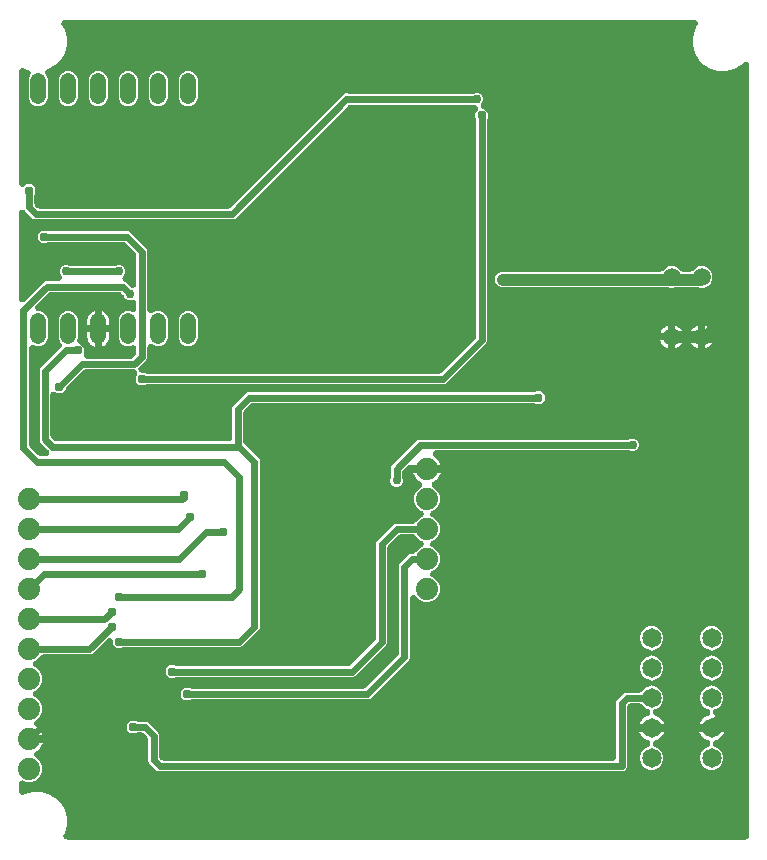
<source format=gbr>
G04 EAGLE Gerber RS-274X export*
G75*
%MOMM*%
%FSLAX34Y34*%
%LPD*%
%INBottom Copper*%
%IPPOS*%
%AMOC8*
5,1,8,0,0,1.08239X$1,22.5*%
G01*
%ADD10C,1.879600*%
%ADD11C,1.650000*%
%ADD12C,1.508000*%
%ADD13C,1.320800*%
%ADD14P,0.818720X8X22.500000*%
%ADD15C,0.609600*%
%ADD16C,1.016000*%
%ADD17C,0.756400*%

G36*
X625618Y295917D02*
X625618Y295917D01*
X625694Y295915D01*
X625863Y295937D01*
X626034Y295951D01*
X626108Y295969D01*
X626183Y295979D01*
X626347Y296028D01*
X626513Y296069D01*
X626582Y296099D01*
X626656Y296121D01*
X626809Y296197D01*
X626966Y296264D01*
X627030Y296305D01*
X627099Y296338D01*
X627238Y296437D01*
X627382Y296529D01*
X627439Y296580D01*
X627501Y296624D01*
X627622Y296744D01*
X627750Y296858D01*
X627798Y296917D01*
X627852Y296971D01*
X627953Y297109D01*
X628060Y297242D01*
X628097Y297308D01*
X628142Y297369D01*
X628219Y297522D01*
X628304Y297670D01*
X628330Y297742D01*
X628365Y297810D01*
X628416Y297973D01*
X628475Y298133D01*
X628490Y298208D01*
X628513Y298280D01*
X628525Y298385D01*
X628570Y298617D01*
X628577Y298853D01*
X628589Y298958D01*
X628589Y951410D01*
X628586Y951448D01*
X628588Y951486D01*
X628566Y951694D01*
X628549Y951902D01*
X628540Y951939D01*
X628536Y951977D01*
X628481Y952178D01*
X628431Y952380D01*
X628416Y952415D01*
X628405Y952452D01*
X628318Y952642D01*
X628236Y952834D01*
X628216Y952866D01*
X628200Y952901D01*
X628083Y953074D01*
X627971Y953250D01*
X627946Y953278D01*
X627924Y953310D01*
X627781Y953462D01*
X627642Y953618D01*
X627613Y953642D01*
X627587Y953670D01*
X627421Y953797D01*
X627258Y953928D01*
X627225Y953947D01*
X627195Y953970D01*
X627011Y954069D01*
X626830Y954172D01*
X626794Y954185D01*
X626760Y954203D01*
X626563Y954271D01*
X626367Y954343D01*
X626330Y954351D01*
X626294Y954363D01*
X626087Y954398D01*
X625883Y954438D01*
X625845Y954439D01*
X625807Y954446D01*
X625598Y954447D01*
X625390Y954453D01*
X625352Y954448D01*
X625314Y954449D01*
X625107Y954416D01*
X624901Y954389D01*
X624864Y954378D01*
X624827Y954372D01*
X624628Y954307D01*
X624429Y954246D01*
X624394Y954230D01*
X624358Y954218D01*
X624173Y954121D01*
X623985Y954030D01*
X623954Y954008D01*
X623920Y953990D01*
X623848Y953932D01*
X623583Y953744D01*
X623461Y953623D01*
X623387Y953565D01*
X621239Y951416D01*
X615502Y948104D01*
X609103Y946389D01*
X602477Y946389D01*
X596078Y948104D01*
X590341Y951416D01*
X585656Y956101D01*
X582344Y961838D01*
X580629Y968237D01*
X580629Y974863D01*
X582344Y981262D01*
X584657Y985268D01*
X584714Y985389D01*
X584780Y985504D01*
X584820Y985611D01*
X584869Y985714D01*
X584905Y985842D01*
X584952Y985967D01*
X584974Y986079D01*
X585005Y986188D01*
X585021Y986321D01*
X585046Y986451D01*
X585050Y986565D01*
X585063Y986678D01*
X585058Y986811D01*
X585062Y986944D01*
X585047Y987057D01*
X585042Y987171D01*
X585015Y987301D01*
X584997Y987433D01*
X584964Y987542D01*
X584941Y987654D01*
X584893Y987778D01*
X584855Y987906D01*
X584805Y988008D01*
X584764Y988114D01*
X584696Y988229D01*
X584638Y988349D01*
X584572Y988441D01*
X584514Y988540D01*
X584429Y988643D01*
X584352Y988751D01*
X584272Y988832D01*
X584200Y988920D01*
X584099Y989007D01*
X584006Y989102D01*
X583914Y989169D01*
X583828Y989244D01*
X583714Y989314D01*
X583607Y989392D01*
X583505Y989444D01*
X583408Y989504D01*
X583285Y989555D01*
X583167Y989615D01*
X583058Y989649D01*
X582953Y989693D01*
X582823Y989723D01*
X582696Y989763D01*
X582612Y989772D01*
X582472Y989805D01*
X582083Y989832D01*
X582018Y989839D01*
X49172Y989839D01*
X49039Y989829D01*
X48906Y989828D01*
X48793Y989809D01*
X48680Y989799D01*
X48551Y989767D01*
X48420Y989745D01*
X48312Y989708D01*
X48201Y989681D01*
X48079Y989628D01*
X47953Y989585D01*
X47853Y989531D01*
X47748Y989486D01*
X47636Y989415D01*
X47518Y989352D01*
X47428Y989282D01*
X47332Y989221D01*
X47233Y989132D01*
X47127Y989051D01*
X47049Y988968D01*
X46964Y988892D01*
X46880Y988789D01*
X46789Y988692D01*
X46726Y988597D01*
X46654Y988508D01*
X46588Y988393D01*
X46514Y988282D01*
X46466Y988179D01*
X46410Y988080D01*
X46364Y987955D01*
X46308Y987834D01*
X46278Y987724D01*
X46238Y987617D01*
X46213Y987487D01*
X46178Y987358D01*
X46165Y987245D01*
X46144Y987133D01*
X46140Y987000D01*
X46125Y986868D01*
X46132Y986754D01*
X46128Y986640D01*
X46146Y986508D01*
X46153Y986375D01*
X46178Y986264D01*
X46193Y986151D01*
X46231Y986023D01*
X46260Y985893D01*
X46294Y985817D01*
X46335Y985679D01*
X46506Y985329D01*
X46533Y985268D01*
X48846Y981262D01*
X50561Y974863D01*
X50561Y968237D01*
X48846Y961838D01*
X45534Y956101D01*
X40849Y951416D01*
X35112Y948104D01*
X34677Y947987D01*
X34551Y947943D01*
X34423Y947907D01*
X34319Y947860D01*
X34212Y947822D01*
X34095Y947757D01*
X33974Y947702D01*
X33880Y947638D01*
X33780Y947583D01*
X33676Y947501D01*
X33565Y947426D01*
X33482Y947348D01*
X33393Y947278D01*
X33303Y947180D01*
X33206Y947088D01*
X33136Y946998D01*
X33059Y946914D01*
X32986Y946803D01*
X32905Y946697D01*
X32851Y946596D01*
X32789Y946501D01*
X32735Y946380D01*
X32672Y946262D01*
X32635Y946154D01*
X32589Y946050D01*
X32555Y945921D01*
X32512Y945796D01*
X32493Y945683D01*
X32464Y945573D01*
X32452Y945441D01*
X32430Y945309D01*
X32429Y945195D01*
X32418Y945082D01*
X32427Y944949D01*
X32427Y944816D01*
X32444Y944703D01*
X32452Y944590D01*
X32483Y944460D01*
X32503Y944328D01*
X32539Y944220D01*
X32565Y944109D01*
X32616Y943986D01*
X32657Y943860D01*
X32710Y943759D01*
X32754Y943654D01*
X32824Y943541D01*
X32885Y943422D01*
X32938Y943357D01*
X33014Y943234D01*
X33184Y943039D01*
X33200Y943016D01*
X33231Y942984D01*
X33270Y942940D01*
X33311Y942889D01*
X33391Y942808D01*
X34629Y939821D01*
X34629Y923379D01*
X33391Y920391D01*
X31105Y918105D01*
X28117Y916867D01*
X24883Y916867D01*
X21895Y918105D01*
X19609Y920391D01*
X18371Y923379D01*
X18371Y939821D01*
X19740Y943126D01*
X19798Y943222D01*
X19848Y943346D01*
X19907Y943466D01*
X19939Y943575D01*
X19981Y943680D01*
X20010Y943810D01*
X20049Y943938D01*
X20064Y944051D01*
X20088Y944161D01*
X20096Y944295D01*
X20113Y944427D01*
X20110Y944541D01*
X20116Y944654D01*
X20102Y944787D01*
X20098Y944920D01*
X20076Y945032D01*
X20064Y945145D01*
X20029Y945274D01*
X20003Y945405D01*
X19964Y945511D01*
X19934Y945620D01*
X19878Y945742D01*
X19831Y945867D01*
X19775Y945966D01*
X19728Y946069D01*
X19654Y946180D01*
X19587Y946296D01*
X19516Y946384D01*
X19453Y946478D01*
X19361Y946576D01*
X19277Y946680D01*
X19193Y946755D01*
X19115Y946838D01*
X19009Y946919D01*
X18909Y947008D01*
X18814Y947069D01*
X18724Y947138D01*
X18606Y947202D01*
X18493Y947273D01*
X18415Y947304D01*
X18289Y947372D01*
X17919Y947499D01*
X17858Y947522D01*
X15688Y948104D01*
X14732Y948656D01*
X14611Y948713D01*
X14496Y948779D01*
X14389Y948819D01*
X14286Y948868D01*
X14158Y948904D01*
X14033Y948951D01*
X13921Y948973D01*
X13812Y949004D01*
X13680Y949020D01*
X13549Y949045D01*
X13435Y949049D01*
X13322Y949062D01*
X13189Y949057D01*
X13056Y949061D01*
X12943Y949046D01*
X12829Y949041D01*
X12699Y949014D01*
X12567Y948996D01*
X12458Y948963D01*
X12346Y948940D01*
X12222Y948892D01*
X12094Y948854D01*
X11992Y948804D01*
X11886Y948763D01*
X11771Y948695D01*
X11651Y948637D01*
X11558Y948571D01*
X11460Y948513D01*
X11358Y948429D01*
X11249Y948352D01*
X11168Y948271D01*
X11080Y948199D01*
X10993Y948098D01*
X10898Y948005D01*
X10831Y947913D01*
X10756Y947827D01*
X10686Y947714D01*
X10608Y947606D01*
X10556Y947504D01*
X10496Y947407D01*
X10445Y947284D01*
X10385Y947166D01*
X10351Y947057D01*
X10307Y946952D01*
X10277Y946822D01*
X10237Y946695D01*
X10228Y946612D01*
X10195Y946471D01*
X10168Y946082D01*
X10161Y946017D01*
X10161Y851522D01*
X10164Y851484D01*
X10162Y851446D01*
X10184Y851238D01*
X10201Y851031D01*
X10210Y850994D01*
X10214Y850956D01*
X10269Y850754D01*
X10319Y850552D01*
X10334Y850517D01*
X10345Y850480D01*
X10432Y850290D01*
X10514Y850098D01*
X10534Y850066D01*
X10550Y850032D01*
X10667Y849858D01*
X10779Y849682D01*
X10804Y849654D01*
X10826Y849622D01*
X10969Y849470D01*
X11108Y849314D01*
X11137Y849290D01*
X11163Y849263D01*
X11329Y849135D01*
X11492Y849004D01*
X11525Y848986D01*
X11555Y848962D01*
X11739Y848864D01*
X11920Y848760D01*
X11956Y848747D01*
X11990Y848729D01*
X12187Y848662D01*
X12383Y848589D01*
X12420Y848582D01*
X12456Y848569D01*
X12663Y848534D01*
X12867Y848494D01*
X12905Y848493D01*
X12943Y848487D01*
X13152Y848485D01*
X13360Y848479D01*
X13398Y848484D01*
X13436Y848484D01*
X13643Y848516D01*
X13849Y848543D01*
X13886Y848554D01*
X13923Y848560D01*
X14122Y848625D01*
X14321Y848686D01*
X14356Y848703D01*
X14392Y848714D01*
X14577Y848811D01*
X14765Y848903D01*
X14796Y848925D01*
X14830Y848942D01*
X14902Y849000D01*
X15167Y849188D01*
X15289Y849309D01*
X15363Y849368D01*
X16502Y850507D01*
X20898Y850507D01*
X24007Y847398D01*
X24007Y842989D01*
X23932Y842886D01*
X23846Y842785D01*
X23787Y842687D01*
X23720Y842594D01*
X23660Y842476D01*
X23591Y842362D01*
X23549Y842256D01*
X23497Y842154D01*
X23457Y842027D01*
X23408Y841904D01*
X23383Y841792D01*
X23349Y841683D01*
X23339Y841590D01*
X23301Y841422D01*
X23283Y841098D01*
X23273Y841006D01*
X23273Y834456D01*
X23282Y834343D01*
X23281Y834228D01*
X23302Y834097D01*
X23313Y833965D01*
X23340Y833854D01*
X23358Y833741D01*
X23399Y833615D01*
X23431Y833486D01*
X23476Y833381D01*
X23512Y833272D01*
X23574Y833154D01*
X23626Y833032D01*
X23687Y832936D01*
X23740Y832835D01*
X23799Y832761D01*
X23891Y832616D01*
X24107Y832374D01*
X24165Y832302D01*
X25502Y830965D01*
X25589Y830891D01*
X25669Y830810D01*
X25776Y830732D01*
X25878Y830646D01*
X25975Y830587D01*
X26068Y830520D01*
X26186Y830460D01*
X26300Y830391D01*
X26406Y830349D01*
X26508Y830297D01*
X26635Y830257D01*
X26758Y830208D01*
X26869Y830183D01*
X26979Y830149D01*
X27072Y830139D01*
X27240Y830101D01*
X27564Y830083D01*
X27656Y830073D01*
X187194Y830073D01*
X187307Y830082D01*
X187422Y830081D01*
X187553Y830102D01*
X187685Y830113D01*
X187796Y830140D01*
X187909Y830158D01*
X188035Y830199D01*
X188164Y830231D01*
X188269Y830276D01*
X188378Y830312D01*
X188496Y830374D01*
X188618Y830426D01*
X188714Y830487D01*
X188815Y830540D01*
X188889Y830599D01*
X189034Y830691D01*
X189276Y830907D01*
X189348Y830965D01*
X283120Y924737D01*
X285263Y926880D01*
X285310Y926927D01*
X286990Y927623D01*
X288810Y927623D01*
X289396Y927380D01*
X289406Y927377D01*
X289414Y927372D01*
X289643Y927300D01*
X289866Y927228D01*
X289875Y927227D01*
X289885Y927224D01*
X289925Y927220D01*
X290354Y927155D01*
X290484Y927157D01*
X290562Y927148D01*
X393540Y927148D01*
X393550Y927149D01*
X393560Y927148D01*
X393795Y927168D01*
X394032Y927188D01*
X394041Y927190D01*
X394051Y927191D01*
X394089Y927202D01*
X394511Y927306D01*
X394631Y927358D01*
X394706Y927380D01*
X396944Y928307D01*
X399056Y928307D01*
X401006Y927499D01*
X402499Y926006D01*
X403307Y924056D01*
X403307Y921944D01*
X402499Y919994D01*
X402014Y919509D01*
X401989Y919480D01*
X401960Y919454D01*
X401829Y919292D01*
X401694Y919133D01*
X401674Y919100D01*
X401650Y919070D01*
X401547Y918889D01*
X401440Y918710D01*
X401425Y918675D01*
X401406Y918642D01*
X401334Y918446D01*
X401256Y918252D01*
X401248Y918215D01*
X401235Y918179D01*
X401195Y917975D01*
X401150Y917771D01*
X401147Y917732D01*
X401140Y917695D01*
X401134Y917487D01*
X401122Y917278D01*
X401126Y917240D01*
X401125Y917202D01*
X401152Y916996D01*
X401174Y916787D01*
X401184Y916751D01*
X401189Y916713D01*
X401250Y916513D01*
X401305Y916312D01*
X401321Y916277D01*
X401332Y916240D01*
X401424Y916052D01*
X401511Y915863D01*
X401532Y915832D01*
X401549Y915797D01*
X401670Y915627D01*
X401786Y915454D01*
X401812Y915426D01*
X401834Y915395D01*
X401981Y915247D01*
X402124Y915094D01*
X402154Y915071D01*
X402181Y915044D01*
X402350Y914921D01*
X402515Y914794D01*
X402549Y914776D01*
X402580Y914754D01*
X402766Y914660D01*
X402950Y914561D01*
X402986Y914549D01*
X403020Y914531D01*
X403219Y914469D01*
X403417Y914401D01*
X403454Y914395D01*
X403491Y914383D01*
X403583Y914373D01*
X403903Y914318D01*
X404075Y914317D01*
X404146Y914309D01*
X407257Y911198D01*
X407257Y906789D01*
X407182Y906686D01*
X407096Y906584D01*
X407037Y906487D01*
X406970Y906394D01*
X406910Y906276D01*
X406841Y906162D01*
X406799Y906056D01*
X406747Y905954D01*
X406707Y905827D01*
X406658Y905704D01*
X406633Y905593D01*
X406599Y905483D01*
X406589Y905390D01*
X406551Y905222D01*
X406533Y904898D01*
X406523Y904806D01*
X406523Y717590D01*
X405827Y715910D01*
X371840Y681923D01*
X370160Y681227D01*
X118494Y681227D01*
X118381Y681218D01*
X118266Y681219D01*
X118135Y681198D01*
X118003Y681187D01*
X117892Y681160D01*
X117779Y681142D01*
X117653Y681101D01*
X117524Y681069D01*
X117419Y681024D01*
X117310Y680988D01*
X117192Y680926D01*
X117070Y680874D01*
X116974Y680813D01*
X116873Y680760D01*
X116799Y680701D01*
X116654Y680609D01*
X116525Y680493D01*
X112102Y680493D01*
X108993Y683602D01*
X108993Y687998D01*
X109720Y688725D01*
X109745Y688754D01*
X109774Y688780D01*
X109904Y688942D01*
X110040Y689101D01*
X110060Y689134D01*
X110084Y689164D01*
X110187Y689345D01*
X110295Y689524D01*
X110309Y689559D01*
X110328Y689592D01*
X110400Y689788D01*
X110478Y689982D01*
X110486Y690019D01*
X110499Y690055D01*
X110539Y690259D01*
X110584Y690463D01*
X110587Y690502D01*
X110594Y690539D01*
X110600Y690747D01*
X110612Y690956D01*
X110608Y690994D01*
X110609Y691032D01*
X110582Y691238D01*
X110560Y691447D01*
X110550Y691483D01*
X110545Y691521D01*
X110484Y691721D01*
X110429Y691922D01*
X110413Y691957D01*
X110402Y691994D01*
X110310Y692181D01*
X110223Y692371D01*
X110202Y692402D01*
X110185Y692437D01*
X110065Y692607D01*
X109948Y692780D01*
X109922Y692808D01*
X109900Y692839D01*
X109753Y692987D01*
X109610Y693140D01*
X109580Y693163D01*
X109553Y693190D01*
X109385Y693313D01*
X109219Y693440D01*
X109185Y693458D01*
X109154Y693480D01*
X108968Y693574D01*
X108784Y693673D01*
X108748Y693685D01*
X108714Y693703D01*
X108514Y693766D01*
X108317Y693833D01*
X108280Y693839D01*
X108243Y693851D01*
X108151Y693861D01*
X107831Y693916D01*
X107659Y693917D01*
X107566Y693927D01*
X66656Y693927D01*
X66543Y693918D01*
X66428Y693919D01*
X66297Y693898D01*
X66165Y693887D01*
X66054Y693860D01*
X65941Y693842D01*
X65815Y693801D01*
X65686Y693769D01*
X65581Y693724D01*
X65472Y693688D01*
X65354Y693626D01*
X65232Y693574D01*
X65136Y693513D01*
X65035Y693460D01*
X64961Y693401D01*
X64816Y693309D01*
X64574Y693093D01*
X64502Y693035D01*
X50649Y679182D01*
X50575Y679095D01*
X50494Y679015D01*
X50416Y678908D01*
X50330Y678806D01*
X50271Y678709D01*
X50204Y678616D01*
X50144Y678498D01*
X50075Y678384D01*
X50033Y678278D01*
X49981Y678176D01*
X49941Y678049D01*
X49892Y677926D01*
X49867Y677815D01*
X49833Y677705D01*
X49823Y677612D01*
X49785Y677444D01*
X49776Y677271D01*
X46648Y674143D01*
X42252Y674143D01*
X42033Y674362D01*
X42004Y674387D01*
X41978Y674416D01*
X41816Y674547D01*
X41657Y674682D01*
X41624Y674702D01*
X41594Y674726D01*
X41413Y674829D01*
X41234Y674937D01*
X41199Y674951D01*
X41166Y674970D01*
X40970Y675042D01*
X40776Y675120D01*
X40739Y675128D01*
X40703Y675141D01*
X40499Y675181D01*
X40295Y675226D01*
X40256Y675229D01*
X40219Y675236D01*
X40011Y675242D01*
X39802Y675254D01*
X39764Y675250D01*
X39726Y675251D01*
X39520Y675224D01*
X39311Y675202D01*
X39275Y675192D01*
X39237Y675187D01*
X39037Y675126D01*
X38836Y675071D01*
X38801Y675055D01*
X38764Y675044D01*
X38577Y674952D01*
X38387Y674865D01*
X38356Y674844D01*
X38321Y674827D01*
X38151Y674707D01*
X37978Y674590D01*
X37950Y674564D01*
X37919Y674542D01*
X37771Y674395D01*
X37618Y674252D01*
X37595Y674222D01*
X37568Y674195D01*
X37445Y674027D01*
X37318Y673861D01*
X37300Y673827D01*
X37278Y673796D01*
X37184Y673610D01*
X37085Y673426D01*
X37073Y673390D01*
X37055Y673356D01*
X36992Y673156D01*
X36925Y672959D01*
X36919Y672922D01*
X36907Y672885D01*
X36897Y672793D01*
X36842Y672473D01*
X36841Y672301D01*
X36831Y672208D01*
X36831Y638156D01*
X36840Y638043D01*
X36839Y637928D01*
X36860Y637797D01*
X36871Y637665D01*
X36898Y637554D01*
X36916Y637441D01*
X36957Y637315D01*
X36989Y637186D01*
X37034Y637081D01*
X37070Y636972D01*
X37132Y636854D01*
X37184Y636732D01*
X37245Y636636D01*
X37298Y636535D01*
X37357Y636461D01*
X37449Y636316D01*
X37665Y636074D01*
X37723Y636002D01*
X39610Y634115D01*
X39697Y634041D01*
X39777Y633960D01*
X39884Y633882D01*
X39986Y633796D01*
X40083Y633737D01*
X40176Y633670D01*
X40294Y633610D01*
X40408Y633541D01*
X40514Y633499D01*
X40616Y633447D01*
X40743Y633407D01*
X40866Y633358D01*
X40978Y633333D01*
X41087Y633299D01*
X41180Y633289D01*
X41348Y633251D01*
X41672Y633233D01*
X41764Y633223D01*
X187960Y633223D01*
X188036Y633229D01*
X188112Y633227D01*
X188281Y633249D01*
X188452Y633263D01*
X188526Y633281D01*
X188601Y633291D01*
X188765Y633340D01*
X188931Y633381D01*
X189000Y633411D01*
X189074Y633433D01*
X189227Y633509D01*
X189384Y633576D01*
X189448Y633617D01*
X189517Y633650D01*
X189656Y633749D01*
X189800Y633841D01*
X189857Y633892D01*
X189919Y633936D01*
X190040Y634056D01*
X190168Y634170D01*
X190216Y634229D01*
X190270Y634283D01*
X190371Y634421D01*
X190478Y634554D01*
X190515Y634620D01*
X190560Y634681D01*
X190637Y634834D01*
X190722Y634982D01*
X190748Y635054D01*
X190783Y635122D01*
X190834Y635285D01*
X190893Y635445D01*
X190908Y635520D01*
X190931Y635592D01*
X190943Y635697D01*
X190988Y635929D01*
X190995Y636165D01*
X191007Y636270D01*
X191007Y661310D01*
X191703Y662990D01*
X202590Y673877D01*
X204270Y674573D01*
X445806Y674573D01*
X445919Y674582D01*
X446034Y674581D01*
X446165Y674602D01*
X446297Y674613D01*
X446408Y674640D01*
X446521Y674658D01*
X446647Y674699D01*
X446776Y674731D01*
X446881Y674776D01*
X446990Y674812D01*
X447108Y674874D01*
X447230Y674926D01*
X447326Y674987D01*
X447427Y675040D01*
X447501Y675099D01*
X447646Y675191D01*
X447775Y675307D01*
X452198Y675307D01*
X455307Y672198D01*
X455307Y667802D01*
X452198Y664693D01*
X447789Y664693D01*
X447686Y664768D01*
X447584Y664854D01*
X447487Y664913D01*
X447394Y664980D01*
X447276Y665040D01*
X447162Y665109D01*
X447056Y665151D01*
X446954Y665203D01*
X446827Y665243D01*
X446704Y665292D01*
X446593Y665317D01*
X446483Y665351D01*
X446390Y665361D01*
X446222Y665399D01*
X445898Y665417D01*
X445806Y665427D01*
X208336Y665427D01*
X208223Y665418D01*
X208108Y665419D01*
X207977Y665398D01*
X207845Y665387D01*
X207734Y665360D01*
X207621Y665342D01*
X207495Y665301D01*
X207366Y665269D01*
X207261Y665224D01*
X207152Y665188D01*
X207034Y665126D01*
X206912Y665074D01*
X206816Y665013D01*
X206715Y664960D01*
X206641Y664901D01*
X206496Y664809D01*
X206254Y664593D01*
X206182Y664535D01*
X201045Y659398D01*
X200971Y659311D01*
X200890Y659231D01*
X200812Y659124D01*
X200726Y659022D01*
X200667Y658925D01*
X200600Y658832D01*
X200540Y658714D01*
X200471Y658600D01*
X200429Y658494D01*
X200377Y658392D01*
X200337Y658265D01*
X200288Y658142D01*
X200263Y658031D01*
X200229Y657921D01*
X200219Y657828D01*
X200181Y657660D01*
X200163Y657336D01*
X200153Y657244D01*
X200153Y633076D01*
X200162Y632963D01*
X200161Y632848D01*
X200182Y632717D01*
X200193Y632585D01*
X200220Y632474D01*
X200238Y632361D01*
X200279Y632235D01*
X200311Y632106D01*
X200356Y632001D01*
X200392Y631892D01*
X200454Y631774D01*
X200506Y631652D01*
X200567Y631556D01*
X200620Y631455D01*
X200679Y631381D01*
X200771Y631236D01*
X200987Y630994D01*
X201045Y630922D01*
X213427Y618540D01*
X214123Y616860D01*
X214123Y475340D01*
X213427Y473660D01*
X199440Y459673D01*
X197760Y458977D01*
X99444Y458977D01*
X99331Y458968D01*
X99216Y458969D01*
X99085Y458948D01*
X98953Y458937D01*
X98842Y458910D01*
X98729Y458892D01*
X98603Y458851D01*
X98474Y458819D01*
X98369Y458774D01*
X98260Y458738D01*
X98142Y458676D01*
X98020Y458624D01*
X97924Y458563D01*
X97823Y458510D01*
X97749Y458451D01*
X97604Y458359D01*
X97475Y458243D01*
X93052Y458243D01*
X89943Y461352D01*
X89943Y463470D01*
X89940Y463508D01*
X89942Y463546D01*
X89920Y463754D01*
X89903Y463961D01*
X89894Y463999D01*
X89890Y464036D01*
X89835Y464238D01*
X89785Y464440D01*
X89770Y464475D01*
X89759Y464512D01*
X89672Y464702D01*
X89590Y464894D01*
X89570Y464926D01*
X89554Y464960D01*
X89437Y465134D01*
X89325Y465310D01*
X89300Y465338D01*
X89278Y465370D01*
X89135Y465522D01*
X88996Y465678D01*
X88967Y465702D01*
X88941Y465729D01*
X88775Y465857D01*
X88612Y465988D01*
X88579Y466006D01*
X88549Y466030D01*
X88365Y466128D01*
X88184Y466232D01*
X88148Y466245D01*
X88114Y466263D01*
X87917Y466331D01*
X87721Y466403D01*
X87684Y466410D01*
X87648Y466423D01*
X87441Y466458D01*
X87237Y466498D01*
X87199Y466499D01*
X87161Y466505D01*
X86952Y466507D01*
X86744Y466513D01*
X86706Y466508D01*
X86668Y466508D01*
X86461Y466476D01*
X86255Y466449D01*
X86218Y466438D01*
X86181Y466432D01*
X85982Y466367D01*
X85783Y466306D01*
X85748Y466289D01*
X85712Y466278D01*
X85527Y466181D01*
X85339Y466089D01*
X85308Y466067D01*
X85274Y466050D01*
X85202Y465992D01*
X84937Y465804D01*
X84815Y465683D01*
X84741Y465624D01*
X74155Y455038D01*
X72440Y453323D01*
X70760Y452627D01*
X31015Y452627D01*
X30797Y452610D01*
X30579Y452596D01*
X30551Y452590D01*
X30523Y452587D01*
X30312Y452535D01*
X30098Y452486D01*
X30072Y452475D01*
X30044Y452469D01*
X29844Y452383D01*
X29641Y452300D01*
X29617Y452285D01*
X29591Y452274D01*
X29407Y452157D01*
X29220Y452043D01*
X29199Y452024D01*
X29175Y452009D01*
X29012Y451864D01*
X28846Y451721D01*
X28828Y451699D01*
X28807Y451680D01*
X28670Y451511D01*
X28529Y451343D01*
X28518Y451322D01*
X28497Y451296D01*
X28369Y451072D01*
X25237Y447940D01*
X23729Y447315D01*
X23695Y447298D01*
X23659Y447285D01*
X23476Y447186D01*
X23290Y447090D01*
X23259Y447068D01*
X23225Y447049D01*
X23060Y446921D01*
X22893Y446797D01*
X22866Y446770D01*
X22836Y446747D01*
X22694Y446593D01*
X22548Y446444D01*
X22526Y446413D01*
X22500Y446385D01*
X22385Y446211D01*
X22265Y446040D01*
X22249Y446006D01*
X22228Y445974D01*
X22142Y445784D01*
X22051Y445596D01*
X22040Y445559D01*
X22025Y445524D01*
X21971Y445323D01*
X21912Y445122D01*
X21907Y445084D01*
X21897Y445048D01*
X21876Y444840D01*
X21850Y444633D01*
X21852Y444595D01*
X21848Y444557D01*
X21861Y444348D01*
X21869Y444140D01*
X21876Y444102D01*
X21879Y444064D01*
X21925Y443861D01*
X21967Y443656D01*
X21980Y443621D01*
X21989Y443583D01*
X22068Y443389D01*
X22141Y443195D01*
X22160Y443162D01*
X22175Y443127D01*
X22284Y442948D01*
X22388Y442768D01*
X22412Y442738D01*
X22432Y442706D01*
X22568Y442547D01*
X22700Y442386D01*
X22729Y442361D01*
X22754Y442332D01*
X22913Y442198D01*
X23070Y442059D01*
X23103Y442039D01*
X23132Y442015D01*
X23213Y441970D01*
X23488Y441797D01*
X23647Y441730D01*
X23729Y441685D01*
X25237Y441060D01*
X28310Y437987D01*
X29973Y433973D01*
X29973Y429627D01*
X28310Y425613D01*
X25237Y422540D01*
X23729Y421915D01*
X23695Y421898D01*
X23659Y421885D01*
X23476Y421786D01*
X23290Y421690D01*
X23259Y421668D01*
X23225Y421649D01*
X23060Y421521D01*
X22893Y421397D01*
X22866Y421370D01*
X22836Y421347D01*
X22694Y421193D01*
X22548Y421044D01*
X22526Y421013D01*
X22500Y420985D01*
X22385Y420811D01*
X22265Y420640D01*
X22249Y420606D01*
X22228Y420574D01*
X22142Y420384D01*
X22051Y420196D01*
X22040Y420159D01*
X22025Y420124D01*
X21971Y419923D01*
X21912Y419722D01*
X21907Y419684D01*
X21897Y419648D01*
X21876Y419440D01*
X21850Y419233D01*
X21852Y419195D01*
X21848Y419157D01*
X21861Y418948D01*
X21869Y418740D01*
X21876Y418702D01*
X21879Y418664D01*
X21925Y418461D01*
X21967Y418256D01*
X21980Y418221D01*
X21989Y418183D01*
X22067Y417990D01*
X22141Y417795D01*
X22160Y417762D01*
X22175Y417727D01*
X22284Y417548D01*
X22388Y417368D01*
X22412Y417338D01*
X22432Y417306D01*
X22568Y417147D01*
X22700Y416986D01*
X22729Y416961D01*
X22754Y416932D01*
X22913Y416798D01*
X23070Y416659D01*
X23103Y416639D01*
X23132Y416615D01*
X23213Y416570D01*
X23488Y416397D01*
X23647Y416330D01*
X23729Y416285D01*
X25237Y415660D01*
X28310Y412587D01*
X29973Y408573D01*
X29973Y404227D01*
X28310Y400213D01*
X25237Y397140D01*
X24964Y397027D01*
X24817Y396952D01*
X24666Y396884D01*
X24598Y396839D01*
X24525Y396802D01*
X24392Y396704D01*
X24254Y396613D01*
X24194Y396557D01*
X24128Y396509D01*
X24013Y396391D01*
X23891Y396279D01*
X23841Y396214D01*
X23784Y396156D01*
X23689Y396020D01*
X23587Y395890D01*
X23547Y395819D01*
X23501Y395752D01*
X23429Y395602D01*
X23349Y395458D01*
X23322Y395381D01*
X23287Y395307D01*
X23240Y395149D01*
X23185Y394993D01*
X23170Y394912D01*
X23147Y394834D01*
X23126Y394670D01*
X23097Y394507D01*
X23096Y394426D01*
X23086Y394344D01*
X23092Y394179D01*
X23089Y394014D01*
X23101Y393933D01*
X23104Y393851D01*
X23137Y393689D01*
X23161Y393526D01*
X23186Y393448D01*
X23202Y393368D01*
X23260Y393214D01*
X23311Y393056D01*
X23348Y392983D01*
X23376Y392906D01*
X23459Y392763D01*
X23534Y392616D01*
X23582Y392550D01*
X23623Y392479D01*
X23728Y392352D01*
X23826Y392218D01*
X23884Y392161D01*
X23936Y392097D01*
X24059Y391988D01*
X24178Y391872D01*
X24231Y391837D01*
X24306Y391771D01*
X24723Y391509D01*
X24737Y391503D01*
X24747Y391497D01*
X25307Y391211D01*
X26828Y390106D01*
X28156Y388778D01*
X29261Y387257D01*
X30114Y385583D01*
X30613Y384047D01*
X19050Y384047D01*
X18974Y384041D01*
X18898Y384044D01*
X18729Y384021D01*
X18559Y384007D01*
X18485Y383989D01*
X18409Y383979D01*
X18245Y383930D01*
X18080Y383889D01*
X18010Y383859D01*
X17937Y383837D01*
X17783Y383762D01*
X17626Y383694D01*
X17562Y383653D01*
X17494Y383620D01*
X17354Y383521D01*
X17210Y383429D01*
X17154Y383378D01*
X17091Y383334D01*
X16970Y383214D01*
X16842Y383100D01*
X16795Y383041D01*
X16740Y382988D01*
X16640Y382849D01*
X16533Y382717D01*
X16495Y382650D01*
X16450Y382589D01*
X16373Y382436D01*
X16289Y382288D01*
X16262Y382216D01*
X16228Y382148D01*
X16176Y381986D01*
X16117Y381825D01*
X16102Y381751D01*
X16079Y381678D01*
X16068Y381573D01*
X16022Y381341D01*
X16015Y381105D01*
X16003Y381000D01*
X16009Y380924D01*
X16007Y380848D01*
X16029Y380678D01*
X16043Y380508D01*
X16061Y380434D01*
X16071Y380359D01*
X16121Y380195D01*
X16162Y380029D01*
X16192Y379959D01*
X16214Y379886D01*
X16289Y379733D01*
X16356Y379576D01*
X16397Y379512D01*
X16431Y379443D01*
X16530Y379304D01*
X16621Y379160D01*
X16672Y379103D01*
X16716Y379041D01*
X16836Y378919D01*
X16950Y378792D01*
X17009Y378744D01*
X17063Y378690D01*
X17201Y378589D01*
X17334Y378482D01*
X17400Y378444D01*
X17462Y378399D01*
X17614Y378323D01*
X17763Y378238D01*
X17834Y378211D01*
X17902Y378177D01*
X18065Y378126D01*
X18225Y378066D01*
X18300Y378052D01*
X18373Y378029D01*
X18477Y378017D01*
X18709Y377972D01*
X18945Y377964D01*
X19050Y377953D01*
X30613Y377953D01*
X30114Y376417D01*
X29261Y374743D01*
X28156Y373222D01*
X26828Y371894D01*
X25307Y370789D01*
X24747Y370503D01*
X24606Y370417D01*
X24461Y370338D01*
X24396Y370288D01*
X24327Y370245D01*
X24201Y370136D01*
X24071Y370035D01*
X24016Y369975D01*
X23954Y369922D01*
X23848Y369794D01*
X23736Y369673D01*
X23691Y369605D01*
X23638Y369542D01*
X23554Y369400D01*
X23463Y369262D01*
X23429Y369188D01*
X23388Y369117D01*
X23328Y368963D01*
X23260Y368812D01*
X23239Y368734D01*
X23209Y368657D01*
X23175Y368495D01*
X23132Y368336D01*
X23124Y368255D01*
X23107Y368175D01*
X23100Y368009D01*
X23083Y367845D01*
X23088Y367764D01*
X23085Y367682D01*
X23104Y367517D01*
X23114Y367353D01*
X23132Y367273D01*
X23142Y367192D01*
X23187Y367033D01*
X23224Y366872D01*
X23255Y366796D01*
X23277Y366718D01*
X23348Y366568D01*
X23410Y366415D01*
X23453Y366345D01*
X23487Y366271D01*
X23581Y366135D01*
X23667Y365994D01*
X23720Y365932D01*
X23767Y365865D01*
X23881Y365745D01*
X23989Y365620D01*
X24052Y365567D01*
X24108Y365509D01*
X24240Y365409D01*
X24367Y365303D01*
X24423Y365272D01*
X24503Y365212D01*
X24940Y364983D01*
X24954Y364978D01*
X24964Y364973D01*
X25237Y364860D01*
X28310Y361787D01*
X29973Y357773D01*
X29973Y353427D01*
X28310Y349413D01*
X25237Y346340D01*
X21223Y344677D01*
X16877Y344677D01*
X14374Y345714D01*
X14202Y345769D01*
X14033Y345832D01*
X13968Y345845D01*
X13905Y345865D01*
X13726Y345892D01*
X13549Y345927D01*
X13483Y345929D01*
X13417Y345939D01*
X13236Y345937D01*
X13056Y345942D01*
X12990Y345934D01*
X12923Y345933D01*
X12746Y345901D01*
X12567Y345878D01*
X12503Y345859D01*
X12438Y345847D01*
X12268Y345788D01*
X12094Y345735D01*
X12035Y345706D01*
X11972Y345684D01*
X11813Y345598D01*
X11651Y345519D01*
X11597Y345480D01*
X11539Y345448D01*
X11396Y345337D01*
X11249Y345233D01*
X11202Y345186D01*
X11149Y345145D01*
X11026Y345013D01*
X10898Y344886D01*
X10859Y344833D01*
X10814Y344784D01*
X10714Y344633D01*
X10608Y344488D01*
X10578Y344428D01*
X10541Y344373D01*
X10467Y344208D01*
X10385Y344047D01*
X10365Y343984D01*
X10338Y343923D01*
X10291Y343749D01*
X10237Y343577D01*
X10231Y343524D01*
X10210Y343447D01*
X10161Y342956D01*
X10163Y342922D01*
X10161Y342899D01*
X10161Y336683D01*
X10172Y336550D01*
X10172Y336417D01*
X10191Y336305D01*
X10201Y336191D01*
X10233Y336062D01*
X10255Y335930D01*
X10292Y335823D01*
X10319Y335712D01*
X10372Y335590D01*
X10415Y335464D01*
X10469Y335363D01*
X10514Y335259D01*
X10585Y335147D01*
X10648Y335029D01*
X10718Y334939D01*
X10779Y334843D01*
X10868Y334743D01*
X10949Y334638D01*
X11032Y334560D01*
X11108Y334475D01*
X11211Y334391D01*
X11308Y334300D01*
X11403Y334236D01*
X11492Y334165D01*
X11607Y334099D01*
X11718Y334025D01*
X11821Y333977D01*
X11920Y333921D01*
X12045Y333875D01*
X12166Y333819D01*
X12276Y333789D01*
X12383Y333749D01*
X12514Y333724D01*
X12642Y333688D01*
X12755Y333676D01*
X12867Y333655D01*
X13000Y333650D01*
X13132Y333636D01*
X13246Y333643D01*
X13360Y333639D01*
X13492Y333657D01*
X13625Y333664D01*
X13736Y333689D01*
X13849Y333704D01*
X13977Y333742D01*
X14107Y333771D01*
X14184Y333805D01*
X14321Y333846D01*
X14671Y334017D01*
X14732Y334044D01*
X15688Y334596D01*
X22087Y336311D01*
X28713Y336311D01*
X35112Y334596D01*
X40849Y331284D01*
X45534Y326599D01*
X48846Y320862D01*
X50561Y314463D01*
X50561Y307837D01*
X48846Y301438D01*
X48294Y300482D01*
X48237Y300361D01*
X48171Y300246D01*
X48131Y300139D01*
X48082Y300036D01*
X48046Y299908D01*
X47999Y299783D01*
X47977Y299671D01*
X47946Y299562D01*
X47930Y299430D01*
X47905Y299299D01*
X47901Y299185D01*
X47888Y299072D01*
X47893Y298939D01*
X47889Y298806D01*
X47904Y298693D01*
X47909Y298579D01*
X47936Y298449D01*
X47954Y298317D01*
X47987Y298208D01*
X48010Y298096D01*
X48058Y297972D01*
X48096Y297844D01*
X48146Y297742D01*
X48187Y297636D01*
X48255Y297521D01*
X48313Y297401D01*
X48379Y297308D01*
X48437Y297210D01*
X48521Y297108D01*
X48598Y296999D01*
X48679Y296918D01*
X48751Y296830D01*
X48852Y296743D01*
X48945Y296648D01*
X49037Y296581D01*
X49123Y296506D01*
X49236Y296436D01*
X49344Y296358D01*
X49446Y296306D01*
X49543Y296246D01*
X49666Y296195D01*
X49784Y296135D01*
X49893Y296101D01*
X49998Y296057D01*
X50128Y296027D01*
X50255Y295987D01*
X50338Y295978D01*
X50479Y295945D01*
X50868Y295918D01*
X50933Y295911D01*
X625542Y295911D01*
X625618Y295917D01*
G37*
G36*
X366207Y690382D02*
X366207Y690382D01*
X366322Y690381D01*
X366453Y690402D01*
X366585Y690413D01*
X366696Y690440D01*
X366809Y690458D01*
X366935Y690499D01*
X367064Y690531D01*
X367169Y690576D01*
X367278Y690612D01*
X367396Y690674D01*
X367518Y690726D01*
X367614Y690787D01*
X367715Y690840D01*
X367789Y690899D01*
X367934Y690991D01*
X368176Y691207D01*
X368248Y691265D01*
X396485Y719502D01*
X396559Y719589D01*
X396640Y719669D01*
X396718Y719776D01*
X396804Y719878D01*
X396863Y719975D01*
X396930Y720068D01*
X396990Y720186D01*
X397059Y720300D01*
X397101Y720406D01*
X397153Y720508D01*
X397193Y720635D01*
X397242Y720758D01*
X397267Y720869D01*
X397301Y720979D01*
X397311Y721072D01*
X397349Y721240D01*
X397367Y721564D01*
X397377Y721656D01*
X397377Y904806D01*
X397368Y904919D01*
X397369Y905034D01*
X397348Y905165D01*
X397337Y905297D01*
X397310Y905408D01*
X397292Y905521D01*
X397251Y905647D01*
X397219Y905776D01*
X397174Y905881D01*
X397138Y905990D01*
X397076Y906108D01*
X397024Y906230D01*
X396963Y906326D01*
X396910Y906427D01*
X396851Y906501D01*
X396759Y906646D01*
X396643Y906775D01*
X396643Y911198D01*
X398099Y912654D01*
X398216Y912792D01*
X398339Y912924D01*
X398376Y912980D01*
X398419Y913030D01*
X398512Y913185D01*
X398612Y913335D01*
X398639Y913396D01*
X398674Y913453D01*
X398741Y913621D01*
X398815Y913785D01*
X398832Y913849D01*
X398857Y913911D01*
X398896Y914087D01*
X398942Y914262D01*
X398949Y914328D01*
X398963Y914393D01*
X398974Y914573D01*
X398991Y914752D01*
X398987Y914819D01*
X398991Y914885D01*
X398972Y915065D01*
X398961Y915245D01*
X398946Y915310D01*
X398939Y915376D01*
X398891Y915550D01*
X398851Y915726D01*
X398826Y915787D01*
X398808Y915851D01*
X398733Y916016D01*
X398665Y916183D01*
X398630Y916239D01*
X398602Y916300D01*
X398502Y916450D01*
X398408Y916604D01*
X398364Y916654D01*
X398327Y916709D01*
X398203Y916841D01*
X398086Y916977D01*
X398035Y917020D01*
X397989Y917069D01*
X397846Y917178D01*
X397708Y917295D01*
X397661Y917320D01*
X397598Y917369D01*
X397163Y917602D01*
X397131Y917613D01*
X397111Y917624D01*
X396758Y917770D01*
X396749Y917773D01*
X396741Y917778D01*
X396514Y917849D01*
X396289Y917922D01*
X396279Y917923D01*
X396270Y917926D01*
X396230Y917930D01*
X395801Y917995D01*
X395670Y917993D01*
X395592Y918002D01*
X290581Y918002D01*
X290468Y917993D01*
X290353Y917994D01*
X290222Y917973D01*
X290090Y917962D01*
X289979Y917935D01*
X289866Y917917D01*
X289740Y917876D01*
X289611Y917844D01*
X289506Y917799D01*
X289397Y917763D01*
X289279Y917701D01*
X289157Y917649D01*
X289061Y917588D01*
X288960Y917535D01*
X288886Y917476D01*
X288741Y917384D01*
X288499Y917168D01*
X288427Y917110D01*
X194655Y823338D01*
X192940Y821623D01*
X191260Y820927D01*
X23590Y820927D01*
X21910Y821623D01*
X15363Y828170D01*
X15334Y828195D01*
X15308Y828224D01*
X15146Y828354D01*
X14987Y828490D01*
X14954Y828510D01*
X14924Y828534D01*
X14743Y828637D01*
X14564Y828745D01*
X14529Y828759D01*
X14496Y828778D01*
X14300Y828850D01*
X14106Y828928D01*
X14069Y828936D01*
X14033Y828949D01*
X13828Y828989D01*
X13624Y829034D01*
X13586Y829037D01*
X13549Y829044D01*
X13341Y829050D01*
X13132Y829062D01*
X13094Y829058D01*
X13056Y829059D01*
X12849Y829032D01*
X12641Y829010D01*
X12605Y829000D01*
X12567Y828995D01*
X12367Y828934D01*
X12166Y828879D01*
X12131Y828863D01*
X12094Y828852D01*
X11907Y828761D01*
X11717Y828673D01*
X11685Y828652D01*
X11651Y828635D01*
X11482Y828515D01*
X11308Y828398D01*
X11280Y828372D01*
X11249Y828350D01*
X11101Y828203D01*
X10948Y828060D01*
X10925Y828030D01*
X10898Y828003D01*
X10775Y827834D01*
X10648Y827669D01*
X10630Y827635D01*
X10608Y827604D01*
X10514Y827418D01*
X10415Y827234D01*
X10402Y827198D01*
X10385Y827164D01*
X10323Y826965D01*
X10255Y826767D01*
X10249Y826730D01*
X10237Y826693D01*
X10227Y826601D01*
X10172Y826281D01*
X10171Y826109D01*
X10161Y826016D01*
X10161Y753934D01*
X10164Y753896D01*
X10162Y753858D01*
X10184Y753650D01*
X10201Y753443D01*
X10210Y753405D01*
X10214Y753368D01*
X10269Y753166D01*
X10319Y752964D01*
X10334Y752929D01*
X10345Y752892D01*
X10432Y752702D01*
X10514Y752510D01*
X10534Y752478D01*
X10550Y752444D01*
X10667Y752270D01*
X10779Y752094D01*
X10804Y752066D01*
X10826Y752034D01*
X10969Y751882D01*
X11108Y751726D01*
X11137Y751702D01*
X11163Y751675D01*
X11329Y751547D01*
X11492Y751416D01*
X11525Y751398D01*
X11555Y751374D01*
X11739Y751276D01*
X11920Y751172D01*
X11956Y751159D01*
X11990Y751141D01*
X12187Y751073D01*
X12383Y751001D01*
X12420Y750994D01*
X12456Y750981D01*
X12663Y750946D01*
X12867Y750906D01*
X12905Y750905D01*
X12943Y750899D01*
X13152Y750897D01*
X13360Y750891D01*
X13398Y750896D01*
X13436Y750896D01*
X13643Y750928D01*
X13849Y750955D01*
X13886Y750966D01*
X13923Y750972D01*
X14122Y751037D01*
X14321Y751098D01*
X14356Y751115D01*
X14392Y751126D01*
X14577Y751223D01*
X14765Y751315D01*
X14796Y751337D01*
X14830Y751354D01*
X14902Y751412D01*
X15167Y751600D01*
X15289Y751721D01*
X15363Y751780D01*
X29795Y766212D01*
X31510Y767927D01*
X33190Y768623D01*
X43516Y768623D01*
X43554Y768626D01*
X43592Y768624D01*
X43800Y768646D01*
X44007Y768663D01*
X44044Y768672D01*
X44082Y768676D01*
X44284Y768731D01*
X44486Y768781D01*
X44521Y768796D01*
X44558Y768807D01*
X44748Y768894D01*
X44940Y768976D01*
X44972Y768996D01*
X45007Y769012D01*
X45180Y769129D01*
X45356Y769241D01*
X45384Y769266D01*
X45416Y769288D01*
X45568Y769431D01*
X45724Y769570D01*
X45748Y769599D01*
X45775Y769626D01*
X45903Y769792D01*
X46034Y769954D01*
X46052Y769987D01*
X46076Y770017D01*
X46175Y770201D01*
X46278Y770382D01*
X46291Y770418D01*
X46309Y770452D01*
X46376Y770649D01*
X46449Y770845D01*
X46456Y770882D01*
X46469Y770918D01*
X46504Y771124D01*
X46544Y771329D01*
X46545Y771367D01*
X46551Y771405D01*
X46553Y771614D01*
X46559Y771822D01*
X46554Y771860D01*
X46554Y771898D01*
X46522Y772104D01*
X46495Y772311D01*
X46484Y772348D01*
X46478Y772385D01*
X46413Y772583D01*
X46352Y772783D01*
X46335Y772818D01*
X46324Y772854D01*
X46227Y773039D01*
X46135Y773227D01*
X46113Y773258D01*
X46096Y773292D01*
X46038Y773364D01*
X45850Y773629D01*
X45729Y773751D01*
X45670Y773825D01*
X45501Y773994D01*
X44693Y775944D01*
X44693Y778056D01*
X45501Y780006D01*
X46994Y781499D01*
X48944Y782307D01*
X51056Y782307D01*
X52268Y781805D01*
X52277Y781802D01*
X52286Y781797D01*
X52514Y781725D01*
X52737Y781653D01*
X52747Y781652D01*
X52756Y781649D01*
X52796Y781645D01*
X53225Y781580D01*
X53356Y781582D01*
X53434Y781573D01*
X91566Y781573D01*
X91576Y781574D01*
X91586Y781573D01*
X91821Y781593D01*
X92058Y781613D01*
X92067Y781615D01*
X92077Y781616D01*
X92115Y781627D01*
X92537Y781731D01*
X92657Y781783D01*
X92732Y781805D01*
X93944Y782307D01*
X96056Y782307D01*
X98006Y781499D01*
X99499Y780006D01*
X100307Y778056D01*
X100307Y775944D01*
X99499Y773994D01*
X98738Y773233D01*
X98622Y773096D01*
X98499Y772964D01*
X98462Y772908D01*
X98419Y772858D01*
X98326Y772703D01*
X98226Y772553D01*
X98199Y772492D01*
X98164Y772435D01*
X98097Y772267D01*
X98023Y772103D01*
X98006Y772039D01*
X97981Y771977D01*
X97942Y771801D01*
X97895Y771626D01*
X97889Y771560D01*
X97874Y771495D01*
X97864Y771315D01*
X97846Y771135D01*
X97851Y771069D01*
X97847Y771003D01*
X97866Y770823D01*
X97877Y770643D01*
X97892Y770578D01*
X97899Y770512D01*
X97947Y770338D01*
X97987Y770162D01*
X98012Y770100D01*
X98030Y770036D01*
X98105Y769872D01*
X98173Y769705D01*
X98208Y769648D01*
X98235Y769588D01*
X98336Y769438D01*
X98430Y769284D01*
X98474Y769234D01*
X98511Y769179D01*
X98634Y769047D01*
X98752Y768910D01*
X98803Y768868D01*
X98849Y768819D01*
X98992Y768709D01*
X99130Y768593D01*
X99176Y768568D01*
X99240Y768519D01*
X99675Y768286D01*
X99707Y768275D01*
X99727Y768263D01*
X100540Y767927D01*
X102255Y766212D01*
X104525Y763942D01*
X104554Y763917D01*
X104580Y763888D01*
X104742Y763758D01*
X104901Y763622D01*
X104934Y763602D01*
X104964Y763578D01*
X105145Y763475D01*
X105324Y763367D01*
X105359Y763353D01*
X105392Y763334D01*
X105588Y763262D01*
X105782Y763184D01*
X105819Y763176D01*
X105855Y763163D01*
X106060Y763123D01*
X106264Y763078D01*
X106302Y763075D01*
X106339Y763068D01*
X106547Y763062D01*
X106756Y763050D01*
X106794Y763054D01*
X106832Y763053D01*
X107039Y763080D01*
X107247Y763102D01*
X107283Y763112D01*
X107321Y763117D01*
X107521Y763178D01*
X107722Y763233D01*
X107757Y763249D01*
X107794Y763260D01*
X107981Y763352D01*
X108171Y763439D01*
X108202Y763460D01*
X108237Y763477D01*
X108407Y763597D01*
X108580Y763714D01*
X108608Y763740D01*
X108639Y763762D01*
X108787Y763909D01*
X108940Y764052D01*
X108963Y764082D01*
X108990Y764109D01*
X109113Y764277D01*
X109240Y764443D01*
X109258Y764477D01*
X109280Y764508D01*
X109374Y764693D01*
X109473Y764878D01*
X109486Y764914D01*
X109503Y764948D01*
X109565Y765147D01*
X109633Y765345D01*
X109639Y765382D01*
X109651Y765419D01*
X109661Y765511D01*
X109716Y765831D01*
X109717Y766003D01*
X109727Y766096D01*
X109727Y790594D01*
X109718Y790707D01*
X109719Y790822D01*
X109698Y790953D01*
X109687Y791085D01*
X109660Y791196D01*
X109642Y791309D01*
X109601Y791435D01*
X109569Y791564D01*
X109524Y791669D01*
X109488Y791778D01*
X109426Y791896D01*
X109374Y792018D01*
X109313Y792114D01*
X109260Y792215D01*
X109201Y792289D01*
X109109Y792434D01*
X108893Y792676D01*
X108835Y792748D01*
X100598Y800985D01*
X100511Y801059D01*
X100431Y801140D01*
X100324Y801218D01*
X100222Y801304D01*
X100125Y801363D01*
X100032Y801430D01*
X99914Y801490D01*
X99800Y801559D01*
X99694Y801601D01*
X99592Y801653D01*
X99465Y801693D01*
X99342Y801742D01*
X99231Y801767D01*
X99121Y801801D01*
X99028Y801811D01*
X98860Y801849D01*
X98536Y801867D01*
X98444Y801877D01*
X35944Y801877D01*
X35830Y801868D01*
X35716Y801869D01*
X35585Y801848D01*
X35453Y801837D01*
X35342Y801810D01*
X35229Y801792D01*
X35103Y801751D01*
X34974Y801719D01*
X34869Y801674D01*
X34760Y801638D01*
X34642Y801576D01*
X34520Y801524D01*
X34424Y801463D01*
X34323Y801410D01*
X34249Y801351D01*
X34104Y801259D01*
X33975Y801143D01*
X29552Y801143D01*
X26443Y804252D01*
X26443Y808648D01*
X29552Y811757D01*
X33961Y811757D01*
X34064Y811682D01*
X34165Y811596D01*
X34263Y811537D01*
X34356Y811470D01*
X34474Y811410D01*
X34588Y811341D01*
X34694Y811299D01*
X34796Y811247D01*
X34923Y811207D01*
X35046Y811158D01*
X35158Y811133D01*
X35267Y811099D01*
X35360Y811089D01*
X35528Y811051D01*
X35852Y811033D01*
X35944Y811023D01*
X102510Y811023D01*
X104190Y810327D01*
X118177Y796340D01*
X118873Y794660D01*
X118873Y744541D01*
X118887Y744361D01*
X118894Y744181D01*
X118907Y744116D01*
X118913Y744049D01*
X118956Y743874D01*
X118992Y743697D01*
X119015Y743635D01*
X119031Y743570D01*
X119103Y743405D01*
X119166Y743236D01*
X119200Y743178D01*
X119226Y743117D01*
X119323Y742965D01*
X119413Y742809D01*
X119455Y742757D01*
X119491Y742701D01*
X119611Y742566D01*
X119726Y742427D01*
X119775Y742383D01*
X119820Y742333D01*
X119960Y742220D01*
X120095Y742100D01*
X120152Y742065D01*
X120204Y742023D01*
X120360Y741934D01*
X120513Y741838D01*
X120574Y741812D01*
X120632Y741779D01*
X120802Y741716D01*
X120968Y741646D01*
X121032Y741631D01*
X121095Y741608D01*
X121272Y741573D01*
X121447Y741531D01*
X121514Y741526D01*
X121579Y741513D01*
X121759Y741507D01*
X121939Y741494D01*
X122006Y741500D01*
X122072Y741498D01*
X122251Y741521D01*
X122431Y741537D01*
X122481Y741551D01*
X122561Y741562D01*
X123033Y741704D01*
X123064Y741719D01*
X123086Y741726D01*
X126483Y743133D01*
X129717Y743133D01*
X132705Y741895D01*
X134991Y739609D01*
X136229Y736621D01*
X136229Y720179D01*
X134991Y717191D01*
X132705Y714905D01*
X129717Y713667D01*
X126483Y713667D01*
X123086Y715074D01*
X122915Y715130D01*
X122745Y715192D01*
X122680Y715205D01*
X122617Y715226D01*
X122438Y715253D01*
X122261Y715287D01*
X122195Y715289D01*
X122129Y715299D01*
X121948Y715297D01*
X121768Y715302D01*
X121702Y715294D01*
X121635Y715293D01*
X121458Y715262D01*
X121279Y715238D01*
X121215Y715219D01*
X121150Y715207D01*
X120979Y715148D01*
X120806Y715096D01*
X120747Y715066D01*
X120684Y715044D01*
X120526Y714958D01*
X120363Y714879D01*
X120309Y714840D01*
X120251Y714808D01*
X120108Y714698D01*
X119961Y714593D01*
X119914Y714546D01*
X119861Y714506D01*
X119739Y714373D01*
X119610Y714247D01*
X119571Y714193D01*
X119526Y714144D01*
X119426Y713994D01*
X119320Y713848D01*
X119290Y713788D01*
X119253Y713733D01*
X119179Y713569D01*
X119097Y713407D01*
X119077Y713344D01*
X119050Y713283D01*
X119003Y713109D01*
X118949Y712937D01*
X118943Y712884D01*
X118922Y712807D01*
X118873Y712316D01*
X118875Y712282D01*
X118873Y712259D01*
X118873Y703940D01*
X118177Y702260D01*
X116462Y700545D01*
X112226Y696309D01*
X112201Y696280D01*
X112172Y696254D01*
X112042Y696092D01*
X111906Y695933D01*
X111886Y695900D01*
X111862Y695870D01*
X111759Y695689D01*
X111651Y695510D01*
X111637Y695475D01*
X111618Y695442D01*
X111546Y695246D01*
X111468Y695052D01*
X111460Y695015D01*
X111447Y694979D01*
X111407Y694774D01*
X111362Y694570D01*
X111359Y694532D01*
X111352Y694495D01*
X111346Y694287D01*
X111334Y694078D01*
X111338Y694040D01*
X111337Y694002D01*
X111364Y693795D01*
X111386Y693587D01*
X111396Y693551D01*
X111401Y693513D01*
X111462Y693313D01*
X111517Y693112D01*
X111533Y693077D01*
X111544Y693040D01*
X111636Y692853D01*
X111723Y692663D01*
X111744Y692632D01*
X111761Y692597D01*
X111881Y692427D01*
X111998Y692254D01*
X112024Y692226D01*
X112046Y692195D01*
X112193Y692047D01*
X112336Y691894D01*
X112366Y691871D01*
X112393Y691844D01*
X112562Y691721D01*
X112727Y691594D01*
X112761Y691576D01*
X112792Y691554D01*
X112978Y691460D01*
X113162Y691361D01*
X113198Y691348D01*
X113232Y691331D01*
X113431Y691269D01*
X113629Y691201D01*
X113666Y691195D01*
X113703Y691183D01*
X113795Y691173D01*
X114115Y691118D01*
X114287Y691117D01*
X114380Y691107D01*
X116511Y691107D01*
X116614Y691032D01*
X116716Y690946D01*
X116813Y690887D01*
X116906Y690820D01*
X117024Y690760D01*
X117138Y690691D01*
X117244Y690649D01*
X117346Y690597D01*
X117473Y690557D01*
X117596Y690508D01*
X117707Y690483D01*
X117817Y690449D01*
X117910Y690439D01*
X118078Y690401D01*
X118402Y690383D01*
X118494Y690373D01*
X366094Y690373D01*
X366207Y690382D01*
G37*
%LPC*%
G36*
X150202Y413793D02*
X150202Y413793D01*
X147093Y416902D01*
X147093Y421298D01*
X150202Y424407D01*
X154611Y424407D01*
X154714Y424332D01*
X154816Y424246D01*
X154913Y424187D01*
X155006Y424120D01*
X155124Y424060D01*
X155238Y423991D01*
X155344Y423949D01*
X155446Y423897D01*
X155573Y423857D01*
X155696Y423808D01*
X155807Y423783D01*
X155917Y423749D01*
X156010Y423739D01*
X156178Y423701D01*
X156502Y423683D01*
X156594Y423673D01*
X301644Y423673D01*
X301757Y423682D01*
X301872Y423681D01*
X302003Y423702D01*
X302135Y423713D01*
X302246Y423740D01*
X302359Y423758D01*
X302485Y423799D01*
X302614Y423831D01*
X302719Y423876D01*
X302828Y423912D01*
X302946Y423974D01*
X303068Y424026D01*
X303164Y424087D01*
X303265Y424140D01*
X303339Y424199D01*
X303484Y424291D01*
X303726Y424507D01*
X303798Y424565D01*
X331085Y451852D01*
X331159Y451939D01*
X331240Y452019D01*
X331318Y452126D01*
X331404Y452228D01*
X331463Y452325D01*
X331530Y452418D01*
X331590Y452536D01*
X331659Y452650D01*
X331701Y452756D01*
X331753Y452858D01*
X331793Y452985D01*
X331842Y453108D01*
X331867Y453219D01*
X331901Y453329D01*
X331911Y453422D01*
X331949Y453590D01*
X331967Y453914D01*
X331977Y454006D01*
X331977Y527960D01*
X332673Y529640D01*
X340310Y537277D01*
X341990Y537973D01*
X343635Y537973D01*
X343853Y537990D01*
X344071Y538004D01*
X344099Y538010D01*
X344127Y538013D01*
X344338Y538065D01*
X344552Y538114D01*
X344578Y538125D01*
X344606Y538131D01*
X344806Y538217D01*
X345009Y538300D01*
X345033Y538315D01*
X345059Y538326D01*
X345243Y538443D01*
X345430Y538557D01*
X345451Y538576D01*
X345475Y538591D01*
X345638Y538736D01*
X345804Y538879D01*
X345822Y538901D01*
X345843Y538920D01*
X345980Y539089D01*
X346121Y539257D01*
X346132Y539278D01*
X346153Y539304D01*
X346281Y539528D01*
X349413Y542660D01*
X350921Y543285D01*
X350955Y543302D01*
X350991Y543315D01*
X351174Y543414D01*
X351360Y543510D01*
X351391Y543532D01*
X351425Y543551D01*
X351590Y543679D01*
X351757Y543803D01*
X351784Y543830D01*
X351814Y543853D01*
X351956Y544007D01*
X352102Y544156D01*
X352124Y544187D01*
X352150Y544215D01*
X352265Y544389D01*
X352385Y544560D01*
X352401Y544594D01*
X352422Y544626D01*
X352508Y544816D01*
X352599Y545004D01*
X352610Y545041D01*
X352625Y545076D01*
X352679Y545277D01*
X352738Y545478D01*
X352743Y545516D01*
X352753Y545552D01*
X352774Y545760D01*
X352800Y545967D01*
X352798Y546005D01*
X352802Y546043D01*
X352789Y546252D01*
X352781Y546460D01*
X352774Y546498D01*
X352771Y546536D01*
X352725Y546739D01*
X352683Y546944D01*
X352670Y546979D01*
X352661Y547017D01*
X352583Y547210D01*
X352509Y547405D01*
X352490Y547438D01*
X352475Y547473D01*
X352366Y547652D01*
X352262Y547832D01*
X352238Y547862D01*
X352218Y547894D01*
X352082Y548053D01*
X351950Y548214D01*
X351921Y548239D01*
X351896Y548268D01*
X351737Y548402D01*
X351580Y548541D01*
X351547Y548561D01*
X351518Y548585D01*
X351437Y548630D01*
X351162Y548803D01*
X351003Y548870D01*
X350921Y548915D01*
X349413Y549540D01*
X346292Y552661D01*
X346255Y552737D01*
X346239Y552760D01*
X346226Y552785D01*
X346096Y552961D01*
X345969Y553139D01*
X345950Y553159D01*
X345933Y553182D01*
X345776Y553335D01*
X345623Y553490D01*
X345600Y553507D01*
X345580Y553526D01*
X345400Y553652D01*
X345224Y553780D01*
X345199Y553793D01*
X345175Y553809D01*
X344978Y553904D01*
X344784Y554003D01*
X344757Y554011D01*
X344731Y554023D01*
X344521Y554085D01*
X344313Y554151D01*
X344290Y554154D01*
X344258Y554163D01*
X343768Y554224D01*
X343688Y554221D01*
X343635Y554227D01*
X333356Y554227D01*
X333243Y554218D01*
X333128Y554219D01*
X332997Y554198D01*
X332865Y554187D01*
X332754Y554160D01*
X332641Y554142D01*
X332515Y554101D01*
X332386Y554069D01*
X332281Y554024D01*
X332172Y553988D01*
X332054Y553926D01*
X331932Y553874D01*
X331836Y553813D01*
X331735Y553760D01*
X331661Y553701D01*
X331516Y553609D01*
X331274Y553393D01*
X331202Y553335D01*
X322965Y545098D01*
X322891Y545011D01*
X322810Y544931D01*
X322732Y544824D01*
X322646Y544723D01*
X322587Y544625D01*
X322520Y544532D01*
X322460Y544414D01*
X322391Y544300D01*
X322349Y544194D01*
X322297Y544092D01*
X322257Y543965D01*
X322208Y543842D01*
X322183Y543731D01*
X322149Y543621D01*
X322139Y543528D01*
X322101Y543360D01*
X322083Y543036D01*
X322073Y542944D01*
X322073Y462640D01*
X321377Y460960D01*
X319662Y459245D01*
X296405Y435988D01*
X294690Y434273D01*
X293010Y433577D01*
X143894Y433577D01*
X143781Y433568D01*
X143666Y433569D01*
X143535Y433548D01*
X143403Y433537D01*
X143292Y433510D01*
X143179Y433492D01*
X143053Y433451D01*
X142924Y433419D01*
X142819Y433374D01*
X142710Y433338D01*
X142592Y433276D01*
X142470Y433224D01*
X142374Y433163D01*
X142273Y433110D01*
X142199Y433051D01*
X142054Y432959D01*
X141925Y432843D01*
X137502Y432843D01*
X134393Y435952D01*
X134393Y440348D01*
X137502Y443457D01*
X141911Y443457D01*
X142014Y443382D01*
X142116Y443296D01*
X142213Y443237D01*
X142306Y443170D01*
X142424Y443110D01*
X142538Y443041D01*
X142644Y442999D01*
X142746Y442947D01*
X142873Y442907D01*
X142996Y442858D01*
X143107Y442833D01*
X143217Y442799D01*
X143310Y442789D01*
X143478Y442751D01*
X143802Y442733D01*
X143894Y442723D01*
X288944Y442723D01*
X289057Y442732D01*
X289172Y442731D01*
X289303Y442752D01*
X289435Y442763D01*
X289546Y442790D01*
X289659Y442808D01*
X289785Y442849D01*
X289914Y442881D01*
X290019Y442926D01*
X290128Y442962D01*
X290246Y443024D01*
X290368Y443076D01*
X290464Y443137D01*
X290565Y443190D01*
X290639Y443249D01*
X290784Y443341D01*
X291026Y443557D01*
X291098Y443615D01*
X312035Y464552D01*
X312109Y464639D01*
X312190Y464719D01*
X312268Y464826D01*
X312354Y464927D01*
X312413Y465025D01*
X312480Y465118D01*
X312540Y465236D01*
X312609Y465350D01*
X312651Y465456D01*
X312703Y465558D01*
X312743Y465685D01*
X312792Y465808D01*
X312817Y465919D01*
X312851Y466029D01*
X312861Y466122D01*
X312899Y466290D01*
X312917Y466614D01*
X312927Y466706D01*
X312927Y547010D01*
X313623Y548690D01*
X315338Y550405D01*
X327610Y562677D01*
X329290Y563373D01*
X343635Y563373D01*
X343853Y563390D01*
X344071Y563404D01*
X344099Y563410D01*
X344127Y563413D01*
X344338Y563465D01*
X344552Y563514D01*
X344578Y563525D01*
X344606Y563531D01*
X344806Y563617D01*
X345009Y563700D01*
X345033Y563715D01*
X345059Y563726D01*
X345243Y563843D01*
X345430Y563957D01*
X345451Y563976D01*
X345475Y563991D01*
X345638Y564136D01*
X345804Y564279D01*
X345822Y564301D01*
X345843Y564320D01*
X345980Y564489D01*
X346121Y564657D01*
X346132Y564678D01*
X346153Y564704D01*
X346281Y564928D01*
X349413Y568060D01*
X350921Y568685D01*
X350955Y568702D01*
X350991Y568715D01*
X351174Y568814D01*
X351360Y568910D01*
X351391Y568932D01*
X351425Y568951D01*
X351590Y569079D01*
X351757Y569203D01*
X351784Y569230D01*
X351814Y569253D01*
X351956Y569407D01*
X352102Y569556D01*
X352124Y569587D01*
X352150Y569615D01*
X352265Y569789D01*
X352385Y569960D01*
X352401Y569994D01*
X352422Y570026D01*
X352508Y570216D01*
X352599Y570404D01*
X352610Y570441D01*
X352625Y570476D01*
X352679Y570677D01*
X352738Y570878D01*
X352743Y570916D01*
X352753Y570952D01*
X352774Y571160D01*
X352800Y571367D01*
X352798Y571405D01*
X352802Y571443D01*
X352789Y571652D01*
X352781Y571860D01*
X352774Y571898D01*
X352771Y571936D01*
X352725Y572139D01*
X352683Y572344D01*
X352670Y572379D01*
X352661Y572417D01*
X352583Y572610D01*
X352509Y572805D01*
X352490Y572838D01*
X352475Y572873D01*
X352366Y573052D01*
X352262Y573232D01*
X352238Y573262D01*
X352218Y573294D01*
X352082Y573453D01*
X351950Y573614D01*
X351921Y573639D01*
X351896Y573668D01*
X351737Y573802D01*
X351580Y573941D01*
X351547Y573961D01*
X351518Y573985D01*
X351437Y574030D01*
X351162Y574203D01*
X351003Y574270D01*
X350921Y574315D01*
X349413Y574940D01*
X346340Y578013D01*
X344677Y582027D01*
X344677Y586373D01*
X346340Y590387D01*
X349413Y593460D01*
X349686Y593573D01*
X349833Y593648D01*
X349984Y593716D01*
X350052Y593761D01*
X350125Y593798D01*
X350258Y593896D01*
X350396Y593987D01*
X350456Y594043D01*
X350522Y594091D01*
X350637Y594209D01*
X350759Y594321D01*
X350809Y594386D01*
X350866Y594444D01*
X350961Y594580D01*
X351063Y594710D01*
X351103Y594781D01*
X351149Y594848D01*
X351221Y594998D01*
X351301Y595142D01*
X351328Y595219D01*
X351363Y595293D01*
X351410Y595451D01*
X351465Y595607D01*
X351480Y595688D01*
X351503Y595766D01*
X351524Y595930D01*
X351553Y596093D01*
X351554Y596174D01*
X351564Y596256D01*
X351558Y596421D01*
X351561Y596586D01*
X351549Y596667D01*
X351546Y596749D01*
X351513Y596911D01*
X351489Y597074D01*
X351464Y597152D01*
X351448Y597232D01*
X351390Y597386D01*
X351339Y597544D01*
X351302Y597617D01*
X351274Y597694D01*
X351191Y597837D01*
X351116Y597984D01*
X351068Y598050D01*
X351027Y598121D01*
X350922Y598248D01*
X350824Y598382D01*
X350766Y598439D01*
X350714Y598503D01*
X350591Y598612D01*
X350472Y598728D01*
X350419Y598763D01*
X350344Y598829D01*
X349927Y599091D01*
X349913Y599097D01*
X349903Y599103D01*
X349343Y599389D01*
X347822Y600494D01*
X346494Y601822D01*
X345389Y603343D01*
X344536Y605017D01*
X344037Y606553D01*
X355600Y606553D01*
X367163Y606553D01*
X366664Y605017D01*
X365811Y603343D01*
X364706Y601822D01*
X363378Y600494D01*
X361857Y599389D01*
X361297Y599103D01*
X361156Y599017D01*
X361011Y598938D01*
X360946Y598888D01*
X360877Y598845D01*
X360751Y598736D01*
X360621Y598635D01*
X360566Y598575D01*
X360504Y598522D01*
X360398Y598394D01*
X360286Y598273D01*
X360241Y598205D01*
X360188Y598142D01*
X360104Y598000D01*
X360013Y597862D01*
X359979Y597788D01*
X359938Y597717D01*
X359878Y597563D01*
X359810Y597412D01*
X359789Y597334D01*
X359759Y597257D01*
X359725Y597095D01*
X359682Y596936D01*
X359674Y596855D01*
X359657Y596775D01*
X359650Y596609D01*
X359633Y596445D01*
X359638Y596364D01*
X359635Y596282D01*
X359654Y596117D01*
X359664Y595953D01*
X359682Y595873D01*
X359692Y595792D01*
X359737Y595633D01*
X359774Y595472D01*
X359805Y595396D01*
X359827Y595318D01*
X359898Y595168D01*
X359960Y595015D01*
X360003Y594945D01*
X360037Y594871D01*
X360131Y594735D01*
X360217Y594594D01*
X360270Y594532D01*
X360317Y594465D01*
X360431Y594345D01*
X360539Y594220D01*
X360602Y594167D01*
X360658Y594109D01*
X360790Y594009D01*
X360917Y593903D01*
X360973Y593872D01*
X361053Y593812D01*
X361490Y593583D01*
X361504Y593578D01*
X361514Y593573D01*
X361787Y593460D01*
X364860Y590387D01*
X366523Y586373D01*
X366523Y582027D01*
X364860Y578013D01*
X361787Y574940D01*
X360279Y574315D01*
X360245Y574298D01*
X360209Y574285D01*
X360025Y574185D01*
X359840Y574090D01*
X359809Y574068D01*
X359775Y574049D01*
X359611Y573921D01*
X359443Y573797D01*
X359416Y573770D01*
X359386Y573747D01*
X359244Y573593D01*
X359098Y573444D01*
X359076Y573413D01*
X359050Y573385D01*
X358935Y573210D01*
X358815Y573040D01*
X358799Y573006D01*
X358778Y572974D01*
X358692Y572784D01*
X358601Y572595D01*
X358590Y572559D01*
X358575Y572524D01*
X358521Y572322D01*
X358462Y572122D01*
X358457Y572085D01*
X358447Y572048D01*
X358426Y571839D01*
X358400Y571633D01*
X358402Y571595D01*
X358398Y571557D01*
X358411Y571348D01*
X358419Y571140D01*
X358426Y571102D01*
X358429Y571064D01*
X358475Y570861D01*
X358517Y570656D01*
X358530Y570621D01*
X358539Y570583D01*
X358617Y570390D01*
X358691Y570195D01*
X358710Y570162D01*
X358725Y570126D01*
X358834Y569948D01*
X358938Y569768D01*
X358962Y569738D01*
X358982Y569706D01*
X359118Y569547D01*
X359250Y569386D01*
X359279Y569360D01*
X359304Y569332D01*
X359464Y569197D01*
X359620Y569059D01*
X359653Y569039D01*
X359682Y569015D01*
X359763Y568970D01*
X360038Y568797D01*
X360196Y568730D01*
X360279Y568685D01*
X361787Y568060D01*
X364860Y564987D01*
X366523Y560973D01*
X366523Y556627D01*
X364860Y552613D01*
X361787Y549540D01*
X360279Y548915D01*
X360245Y548898D01*
X360209Y548885D01*
X360025Y548785D01*
X359840Y548690D01*
X359809Y548668D01*
X359775Y548649D01*
X359611Y548521D01*
X359443Y548397D01*
X359416Y548370D01*
X359386Y548347D01*
X359244Y548193D01*
X359098Y548044D01*
X359076Y548013D01*
X359050Y547985D01*
X358935Y547811D01*
X358815Y547640D01*
X358799Y547606D01*
X358778Y547574D01*
X358692Y547384D01*
X358601Y547195D01*
X358590Y547159D01*
X358575Y547124D01*
X358521Y546922D01*
X358462Y546722D01*
X358457Y546685D01*
X358447Y546648D01*
X358426Y546439D01*
X358400Y546233D01*
X358402Y546195D01*
X358398Y546157D01*
X358411Y545948D01*
X358419Y545740D01*
X358426Y545702D01*
X358429Y545664D01*
X358475Y545461D01*
X358517Y545256D01*
X358530Y545221D01*
X358539Y545183D01*
X358617Y544990D01*
X358691Y544795D01*
X358710Y544762D01*
X358725Y544726D01*
X358834Y544548D01*
X358938Y544368D01*
X358962Y544338D01*
X358982Y544306D01*
X359118Y544147D01*
X359250Y543986D01*
X359279Y543960D01*
X359304Y543932D01*
X359464Y543797D01*
X359620Y543659D01*
X359653Y543639D01*
X359682Y543615D01*
X359763Y543570D01*
X360038Y543397D01*
X360196Y543330D01*
X360279Y543285D01*
X361787Y542660D01*
X364860Y539587D01*
X366523Y535573D01*
X366523Y531227D01*
X364860Y527213D01*
X361787Y524140D01*
X360279Y523515D01*
X360245Y523498D01*
X360209Y523485D01*
X360025Y523385D01*
X359840Y523290D01*
X359809Y523268D01*
X359775Y523249D01*
X359611Y523121D01*
X359443Y522997D01*
X359416Y522970D01*
X359386Y522947D01*
X359244Y522793D01*
X359098Y522644D01*
X359076Y522613D01*
X359050Y522585D01*
X358935Y522411D01*
X358815Y522240D01*
X358799Y522206D01*
X358778Y522174D01*
X358692Y521984D01*
X358601Y521795D01*
X358590Y521759D01*
X358575Y521724D01*
X358521Y521522D01*
X358462Y521322D01*
X358457Y521285D01*
X358447Y521248D01*
X358426Y521039D01*
X358400Y520833D01*
X358402Y520795D01*
X358398Y520757D01*
X358411Y520548D01*
X358419Y520340D01*
X358426Y520302D01*
X358429Y520264D01*
X358475Y520061D01*
X358517Y519856D01*
X358530Y519821D01*
X358539Y519783D01*
X358617Y519590D01*
X358691Y519395D01*
X358710Y519362D01*
X358725Y519326D01*
X358834Y519148D01*
X358938Y518968D01*
X358962Y518938D01*
X358982Y518906D01*
X359118Y518747D01*
X359250Y518586D01*
X359279Y518560D01*
X359304Y518532D01*
X359464Y518397D01*
X359620Y518259D01*
X359653Y518239D01*
X359682Y518215D01*
X359763Y518170D01*
X360038Y517997D01*
X360196Y517930D01*
X360279Y517885D01*
X361787Y517260D01*
X364860Y514187D01*
X366523Y510173D01*
X366523Y505827D01*
X364860Y501813D01*
X361787Y498740D01*
X357773Y497077D01*
X353427Y497077D01*
X349413Y498740D01*
X346325Y501828D01*
X346296Y501853D01*
X346270Y501881D01*
X346108Y502012D01*
X345949Y502148D01*
X345916Y502167D01*
X345886Y502191D01*
X345705Y502294D01*
X345526Y502402D01*
X345491Y502416D01*
X345458Y502435D01*
X345262Y502508D01*
X345068Y502585D01*
X345031Y502594D01*
X344995Y502607D01*
X344790Y502647D01*
X344586Y502692D01*
X344548Y502694D01*
X344511Y502702D01*
X344303Y502708D01*
X344094Y502720D01*
X344056Y502716D01*
X344018Y502717D01*
X343811Y502690D01*
X343603Y502668D01*
X343567Y502658D01*
X343529Y502653D01*
X343329Y502592D01*
X343128Y502537D01*
X343093Y502521D01*
X343056Y502510D01*
X342869Y502418D01*
X342679Y502331D01*
X342648Y502310D01*
X342613Y502293D01*
X342443Y502173D01*
X342270Y502056D01*
X342242Y502030D01*
X342211Y502008D01*
X342063Y501861D01*
X341910Y501718D01*
X341887Y501688D01*
X341860Y501661D01*
X341737Y501492D01*
X341610Y501327D01*
X341592Y501293D01*
X341570Y501262D01*
X341476Y501076D01*
X341377Y500892D01*
X341364Y500856D01*
X341347Y500822D01*
X341285Y500623D01*
X341217Y500425D01*
X341211Y500388D01*
X341199Y500351D01*
X341189Y500259D01*
X341134Y499939D01*
X341133Y499767D01*
X341123Y499674D01*
X341123Y449940D01*
X340427Y448260D01*
X307390Y415223D01*
X305710Y414527D01*
X156594Y414527D01*
X156481Y414518D01*
X156366Y414519D01*
X156235Y414498D01*
X156103Y414487D01*
X155992Y414460D01*
X155879Y414442D01*
X155753Y414401D01*
X155624Y414369D01*
X155519Y414324D01*
X155410Y414288D01*
X155292Y414226D01*
X155170Y414174D01*
X155074Y414113D01*
X154973Y414060D01*
X154899Y414001D01*
X154754Y413909D01*
X154625Y413793D01*
X150202Y413793D01*
G37*
%LPD*%
%LPC*%
G36*
X128630Y353567D02*
X128630Y353567D01*
X126950Y354263D01*
X120583Y360630D01*
X119887Y362310D01*
X119887Y380384D01*
X119878Y380497D01*
X119879Y380612D01*
X119858Y380743D01*
X119847Y380875D01*
X119820Y380986D01*
X119802Y381099D01*
X119761Y381225D01*
X119729Y381354D01*
X119684Y381459D01*
X119648Y381568D01*
X119586Y381686D01*
X119534Y381808D01*
X119473Y381904D01*
X119420Y382005D01*
X119361Y382079D01*
X119269Y382224D01*
X119053Y382466D01*
X118995Y382538D01*
X115838Y385695D01*
X115751Y385769D01*
X115671Y385850D01*
X115564Y385928D01*
X115462Y386014D01*
X115365Y386073D01*
X115272Y386140D01*
X115154Y386200D01*
X115040Y386269D01*
X114934Y386311D01*
X114832Y386363D01*
X114705Y386403D01*
X114582Y386452D01*
X114471Y386477D01*
X114361Y386511D01*
X114268Y386521D01*
X114100Y386559D01*
X113776Y386577D01*
X113684Y386587D01*
X110874Y386587D01*
X110761Y386578D01*
X110646Y386579D01*
X110515Y386558D01*
X110383Y386547D01*
X110272Y386520D01*
X110159Y386502D01*
X110033Y386461D01*
X109904Y386429D01*
X109799Y386384D01*
X109690Y386348D01*
X109572Y386286D01*
X109450Y386234D01*
X109354Y386173D01*
X109253Y386120D01*
X109179Y386061D01*
X109034Y385969D01*
X108905Y385853D01*
X104482Y385853D01*
X101373Y388962D01*
X101373Y393358D01*
X104482Y396467D01*
X108891Y396467D01*
X108994Y396392D01*
X109096Y396306D01*
X109193Y396247D01*
X109286Y396180D01*
X109404Y396120D01*
X109518Y396051D01*
X109624Y396009D01*
X109726Y395957D01*
X109853Y395917D01*
X109976Y395868D01*
X110087Y395843D01*
X110197Y395809D01*
X110290Y395799D01*
X110458Y395761D01*
X110782Y395743D01*
X110874Y395733D01*
X117750Y395733D01*
X119430Y395037D01*
X128337Y386130D01*
X129033Y384450D01*
X129033Y366376D01*
X129042Y366263D01*
X129041Y366148D01*
X129062Y366017D01*
X129073Y365885D01*
X129100Y365774D01*
X129118Y365661D01*
X129159Y365535D01*
X129191Y365406D01*
X129236Y365301D01*
X129272Y365192D01*
X129334Y365074D01*
X129386Y364952D01*
X129447Y364856D01*
X129500Y364755D01*
X129559Y364681D01*
X129651Y364536D01*
X129867Y364294D01*
X129925Y364222D01*
X130542Y363605D01*
X130629Y363531D01*
X130709Y363450D01*
X130816Y363372D01*
X130918Y363286D01*
X131015Y363227D01*
X131108Y363160D01*
X131226Y363100D01*
X131340Y363031D01*
X131446Y362989D01*
X131548Y362937D01*
X131675Y362897D01*
X131798Y362848D01*
X131909Y362823D01*
X132019Y362789D01*
X132112Y362779D01*
X132280Y362741D01*
X132604Y362723D01*
X132696Y362713D01*
X513080Y362713D01*
X513156Y362719D01*
X513232Y362717D01*
X513401Y362739D01*
X513572Y362753D01*
X513646Y362771D01*
X513721Y362781D01*
X513885Y362830D01*
X514051Y362871D01*
X514120Y362901D01*
X514194Y362923D01*
X514347Y362999D01*
X514504Y363066D01*
X514568Y363107D01*
X514637Y363140D01*
X514776Y363239D01*
X514920Y363331D01*
X514977Y363382D01*
X515039Y363426D01*
X515160Y363546D01*
X515288Y363660D01*
X515336Y363719D01*
X515390Y363773D01*
X515491Y363911D01*
X515598Y364044D01*
X515635Y364110D01*
X515680Y364171D01*
X515757Y364324D01*
X515842Y364472D01*
X515868Y364544D01*
X515903Y364612D01*
X515954Y364775D01*
X516013Y364935D01*
X516028Y365010D01*
X516051Y365082D01*
X516063Y365187D01*
X516108Y365419D01*
X516115Y365655D01*
X516127Y365760D01*
X516127Y412390D01*
X516823Y414070D01*
X522368Y419615D01*
X524048Y420311D01*
X535423Y420311D01*
X535537Y420320D01*
X535651Y420319D01*
X535782Y420340D01*
X535915Y420351D01*
X536025Y420378D01*
X536138Y420396D01*
X536265Y420437D01*
X536394Y420469D01*
X536498Y420514D01*
X536607Y420550D01*
X536725Y420612D01*
X536847Y420664D01*
X536943Y420725D01*
X537045Y420778D01*
X537118Y420837D01*
X537263Y420929D01*
X537505Y421145D01*
X537578Y421203D01*
X540399Y424025D01*
X544257Y425623D01*
X544291Y425640D01*
X544327Y425653D01*
X544510Y425753D01*
X544696Y425848D01*
X544727Y425870D01*
X544760Y425889D01*
X544925Y426017D01*
X545093Y426141D01*
X545120Y426168D01*
X545150Y426191D01*
X545292Y426345D01*
X545438Y426494D01*
X545459Y426525D01*
X545485Y426553D01*
X545601Y426727D01*
X545721Y426898D01*
X545737Y426932D01*
X545758Y426964D01*
X545844Y427155D01*
X545935Y427342D01*
X545940Y427361D01*
X545953Y427328D01*
X546027Y427133D01*
X546046Y427100D01*
X546061Y427064D01*
X546170Y426886D01*
X546274Y426706D01*
X546298Y426676D01*
X546318Y426644D01*
X546454Y426485D01*
X546586Y426324D01*
X546615Y426299D01*
X546640Y426270D01*
X546800Y426135D01*
X546956Y425997D01*
X546989Y425977D01*
X547018Y425953D01*
X547100Y425907D01*
X547374Y425735D01*
X547532Y425668D01*
X547615Y425623D01*
X551473Y424025D01*
X554223Y421275D01*
X555711Y417682D01*
X555711Y413794D01*
X554223Y410201D01*
X551473Y407451D01*
X548867Y406372D01*
X548727Y406300D01*
X548583Y406237D01*
X548508Y406188D01*
X548428Y406147D01*
X548301Y406053D01*
X548169Y405967D01*
X548103Y405907D01*
X548031Y405854D01*
X547921Y405741D01*
X547805Y405635D01*
X547749Y405565D01*
X547687Y405501D01*
X547597Y405372D01*
X547498Y405248D01*
X547455Y405170D01*
X547404Y405097D01*
X547335Y404955D01*
X547259Y404817D01*
X547229Y404733D01*
X547190Y404652D01*
X547145Y404501D01*
X547092Y404353D01*
X547076Y404265D01*
X547050Y404179D01*
X547031Y404023D01*
X547002Y403868D01*
X547000Y403778D01*
X546989Y403690D01*
X546995Y403532D01*
X546992Y403374D01*
X547004Y403286D01*
X547007Y403197D01*
X547039Y403042D01*
X547061Y402886D01*
X547088Y402801D01*
X547105Y402713D01*
X547161Y402566D01*
X547208Y402415D01*
X547248Y402335D01*
X547280Y402252D01*
X547359Y402115D01*
X547429Y401974D01*
X547482Y401902D01*
X547526Y401824D01*
X547626Y401702D01*
X547719Y401575D01*
X547782Y401512D01*
X547839Y401443D01*
X547957Y401338D01*
X548069Y401227D01*
X548142Y401175D01*
X548209Y401116D01*
X548342Y401032D01*
X548471Y400941D01*
X548533Y400912D01*
X548627Y400854D01*
X549081Y400662D01*
X549088Y400661D01*
X549092Y400659D01*
X550078Y400338D01*
X551592Y399567D01*
X552966Y398569D01*
X554167Y397368D01*
X555165Y395994D01*
X555936Y394480D01*
X556292Y393385D01*
X545936Y393385D01*
X535580Y393385D01*
X535936Y394480D01*
X536707Y395994D01*
X537705Y397368D01*
X538906Y398569D01*
X540280Y399567D01*
X541794Y400338D01*
X542780Y400659D01*
X542926Y400719D01*
X543075Y400772D01*
X543153Y400814D01*
X543236Y400849D01*
X543369Y400932D01*
X543508Y401007D01*
X543579Y401062D01*
X543654Y401110D01*
X543773Y401213D01*
X543897Y401310D01*
X543958Y401376D01*
X544025Y401435D01*
X544126Y401556D01*
X544233Y401672D01*
X544282Y401746D01*
X544339Y401815D01*
X544418Y401951D01*
X544506Y402083D01*
X544543Y402164D01*
X544587Y402242D01*
X544644Y402389D01*
X544709Y402533D01*
X544732Y402619D01*
X544764Y402702D01*
X544795Y402857D01*
X544836Y403009D01*
X544845Y403098D01*
X544863Y403186D01*
X544870Y403343D01*
X544885Y403500D01*
X544880Y403589D01*
X544883Y403678D01*
X544864Y403835D01*
X544855Y403992D01*
X544835Y404080D01*
X544824Y404168D01*
X544780Y404319D01*
X544745Y404473D01*
X544711Y404556D01*
X544686Y404642D01*
X544618Y404784D01*
X544559Y404930D01*
X544512Y405007D01*
X544474Y405087D01*
X544384Y405217D01*
X544301Y405351D01*
X544243Y405419D01*
X544192Y405492D01*
X544083Y405606D01*
X543980Y405725D01*
X543911Y405783D01*
X543849Y405847D01*
X543723Y405941D01*
X543602Y406042D01*
X543541Y406076D01*
X543453Y406141D01*
X543015Y406368D01*
X543009Y406370D01*
X543005Y406372D01*
X540399Y407451D01*
X537578Y410273D01*
X537491Y410347D01*
X537410Y410428D01*
X537303Y410506D01*
X537202Y410592D01*
X537104Y410651D01*
X537012Y410718D01*
X536893Y410778D01*
X536779Y410847D01*
X536673Y410889D01*
X536571Y410941D01*
X536444Y410981D01*
X536321Y411030D01*
X536210Y411055D01*
X536101Y411089D01*
X536007Y411099D01*
X535839Y411137D01*
X535515Y411155D01*
X535423Y411165D01*
X528320Y411165D01*
X528244Y411159D01*
X528168Y411161D01*
X527999Y411139D01*
X527828Y411125D01*
X527754Y411107D01*
X527679Y411097D01*
X527515Y411048D01*
X527349Y411007D01*
X527280Y410977D01*
X527206Y410955D01*
X527053Y410879D01*
X526896Y410812D01*
X526832Y410771D01*
X526763Y410738D01*
X526624Y410639D01*
X526480Y410547D01*
X526423Y410496D01*
X526361Y410452D01*
X526240Y410332D01*
X526112Y410218D01*
X526064Y410159D01*
X526010Y410105D01*
X525909Y409967D01*
X525802Y409834D01*
X525765Y409768D01*
X525720Y409707D01*
X525643Y409554D01*
X525558Y409406D01*
X525532Y409334D01*
X525497Y409266D01*
X525446Y409103D01*
X525387Y408943D01*
X525372Y408868D01*
X525349Y408796D01*
X525337Y408691D01*
X525292Y408459D01*
X525285Y408223D01*
X525273Y408118D01*
X525273Y357230D01*
X524577Y355550D01*
X523290Y354263D01*
X521610Y353567D01*
X128630Y353567D01*
G37*
%LPD*%
G36*
X32950Y620526D02*
X32950Y620526D01*
X32988Y620524D01*
X33196Y620546D01*
X33403Y620563D01*
X33440Y620572D01*
X33478Y620576D01*
X33680Y620631D01*
X33882Y620681D01*
X33917Y620696D01*
X33954Y620707D01*
X34144Y620794D01*
X34336Y620876D01*
X34368Y620896D01*
X34403Y620912D01*
X34576Y621029D01*
X34752Y621141D01*
X34780Y621166D01*
X34812Y621188D01*
X34964Y621331D01*
X35120Y621470D01*
X35144Y621499D01*
X35171Y621526D01*
X35298Y621691D01*
X35430Y621854D01*
X35448Y621887D01*
X35472Y621917D01*
X35570Y622101D01*
X35674Y622282D01*
X35687Y622318D01*
X35705Y622352D01*
X35773Y622549D01*
X35845Y622745D01*
X35852Y622782D01*
X35865Y622818D01*
X35900Y623024D01*
X35940Y623229D01*
X35941Y623267D01*
X35947Y623305D01*
X35949Y623514D01*
X35955Y623722D01*
X35950Y623760D01*
X35950Y623798D01*
X35918Y624004D01*
X35891Y624211D01*
X35880Y624248D01*
X35874Y624285D01*
X35809Y624483D01*
X35748Y624683D01*
X35731Y624718D01*
X35720Y624754D01*
X35623Y624939D01*
X35531Y625127D01*
X35509Y625158D01*
X35492Y625192D01*
X35434Y625265D01*
X35246Y625529D01*
X35125Y625651D01*
X35066Y625725D01*
X34303Y626488D01*
X30096Y630695D01*
X28381Y632410D01*
X27685Y634090D01*
X27685Y693168D01*
X28381Y694848D01*
X45712Y712179D01*
X45761Y712237D01*
X45817Y712289D01*
X45921Y712425D01*
X46031Y712555D01*
X46071Y712620D01*
X46117Y712680D01*
X46198Y712831D01*
X46286Y712977D01*
X46314Y713048D01*
X46350Y713115D01*
X46406Y713277D01*
X46469Y713435D01*
X46486Y713510D01*
X46510Y713582D01*
X46539Y713750D01*
X46576Y713917D01*
X46580Y713993D01*
X46593Y714068D01*
X46594Y714239D01*
X46604Y714410D01*
X46595Y714485D01*
X46596Y714562D01*
X46569Y714731D01*
X46551Y714900D01*
X46531Y714973D01*
X46519Y715049D01*
X46466Y715211D01*
X46421Y715376D01*
X46389Y715445D01*
X46365Y715518D01*
X46286Y715669D01*
X46215Y715824D01*
X46172Y715888D01*
X46137Y715955D01*
X46072Y716037D01*
X45940Y716234D01*
X45778Y716406D01*
X45712Y716488D01*
X45009Y717191D01*
X43771Y720179D01*
X43771Y736621D01*
X45009Y739609D01*
X47295Y741895D01*
X50283Y743133D01*
X53517Y743133D01*
X56505Y741895D01*
X58791Y739609D01*
X60029Y736621D01*
X60029Y720179D01*
X59756Y719520D01*
X59700Y719348D01*
X59638Y719179D01*
X59625Y719114D01*
X59604Y719051D01*
X59578Y718872D01*
X59543Y718695D01*
X59541Y718629D01*
X59531Y718563D01*
X59533Y718382D01*
X59528Y718202D01*
X59536Y718136D01*
X59537Y718069D01*
X59568Y717892D01*
X59592Y717713D01*
X59611Y717649D01*
X59623Y717584D01*
X59682Y717413D01*
X59735Y717240D01*
X59764Y717181D01*
X59786Y717118D01*
X59872Y716960D01*
X59951Y716797D01*
X59990Y716743D01*
X60022Y716685D01*
X60132Y716542D01*
X60237Y716395D01*
X60284Y716348D01*
X60324Y716295D01*
X60457Y716172D01*
X60584Y716044D01*
X60637Y716005D01*
X60686Y715960D01*
X60837Y715860D01*
X60982Y715754D01*
X61042Y715724D01*
X61097Y715687D01*
X61262Y715613D01*
X61423Y715531D01*
X61486Y715511D01*
X61547Y715484D01*
X61721Y715437D01*
X61893Y715383D01*
X61946Y715377D01*
X62023Y715356D01*
X62274Y715331D01*
X65407Y712198D01*
X65407Y707644D01*
X65306Y707476D01*
X65291Y707441D01*
X65272Y707408D01*
X65200Y707212D01*
X65122Y707018D01*
X65114Y706981D01*
X65101Y706945D01*
X65061Y706740D01*
X65016Y706537D01*
X65013Y706498D01*
X65006Y706461D01*
X65000Y706253D01*
X64988Y706044D01*
X64992Y706006D01*
X64991Y705968D01*
X65018Y705761D01*
X65040Y705553D01*
X65050Y705517D01*
X65055Y705479D01*
X65116Y705279D01*
X65171Y705078D01*
X65187Y705043D01*
X65198Y705006D01*
X65290Y704819D01*
X65377Y704629D01*
X65398Y704598D01*
X65415Y704563D01*
X65535Y704393D01*
X65652Y704220D01*
X65678Y704192D01*
X65700Y704161D01*
X65847Y704013D01*
X65990Y703860D01*
X66020Y703837D01*
X66047Y703810D01*
X66216Y703687D01*
X66381Y703560D01*
X66415Y703542D01*
X66446Y703520D01*
X66632Y703426D01*
X66816Y703327D01*
X66852Y703315D01*
X66886Y703297D01*
X67085Y703235D01*
X67282Y703167D01*
X67320Y703161D01*
X67357Y703149D01*
X67449Y703139D01*
X67769Y703084D01*
X67941Y703083D01*
X68034Y703073D01*
X104794Y703073D01*
X104907Y703082D01*
X105022Y703081D01*
X105153Y703102D01*
X105285Y703113D01*
X105396Y703140D01*
X105509Y703158D01*
X105635Y703199D01*
X105764Y703231D01*
X105869Y703276D01*
X105978Y703312D01*
X106096Y703374D01*
X106218Y703426D01*
X106314Y703487D01*
X106415Y703540D01*
X106489Y703599D01*
X106634Y703691D01*
X106876Y703907D01*
X106948Y703965D01*
X108835Y705852D01*
X108909Y705939D01*
X108990Y706019D01*
X109068Y706126D01*
X109154Y706228D01*
X109213Y706325D01*
X109280Y706418D01*
X109340Y706536D01*
X109409Y706650D01*
X109451Y706756D01*
X109503Y706858D01*
X109543Y706985D01*
X109592Y707108D01*
X109617Y707219D01*
X109651Y707329D01*
X109661Y707422D01*
X109699Y707590D01*
X109717Y707914D01*
X109727Y708006D01*
X109727Y711348D01*
X109713Y711528D01*
X109706Y711708D01*
X109693Y711773D01*
X109687Y711840D01*
X109644Y712015D01*
X109608Y712192D01*
X109585Y712254D01*
X109569Y712318D01*
X109497Y712484D01*
X109434Y712653D01*
X109400Y712711D01*
X109374Y712772D01*
X109277Y712924D01*
X109187Y713080D01*
X109145Y713132D01*
X109109Y713188D01*
X108989Y713322D01*
X108874Y713462D01*
X108825Y713506D01*
X108780Y713556D01*
X108640Y713669D01*
X108505Y713788D01*
X108448Y713824D01*
X108396Y713866D01*
X108240Y713955D01*
X108087Y714051D01*
X108025Y714077D01*
X107968Y714110D01*
X107798Y714172D01*
X107632Y714242D01*
X107568Y714258D01*
X107505Y714281D01*
X107328Y714316D01*
X107153Y714358D01*
X107086Y714363D01*
X107021Y714376D01*
X106841Y714381D01*
X106661Y714395D01*
X106594Y714389D01*
X106528Y714391D01*
X106349Y714368D01*
X106169Y714352D01*
X106119Y714337D01*
X106039Y714327D01*
X105567Y714184D01*
X105536Y714170D01*
X105514Y714163D01*
X104317Y713667D01*
X101083Y713667D01*
X98095Y714905D01*
X95809Y717191D01*
X94571Y720179D01*
X94571Y736621D01*
X95809Y739609D01*
X98095Y741895D01*
X101083Y743133D01*
X104317Y743133D01*
X105514Y742637D01*
X105686Y742582D01*
X105855Y742519D01*
X105920Y742506D01*
X105983Y742486D01*
X106162Y742459D01*
X106339Y742424D01*
X106405Y742422D01*
X106471Y742412D01*
X106652Y742414D01*
X106832Y742409D01*
X106898Y742417D01*
X106965Y742418D01*
X107142Y742450D01*
X107321Y742473D01*
X107385Y742492D01*
X107450Y742504D01*
X107620Y742563D01*
X107794Y742616D01*
X107853Y742645D01*
X107916Y742667D01*
X108075Y742753D01*
X108237Y742833D01*
X108291Y742871D01*
X108349Y742903D01*
X108492Y743014D01*
X108639Y743118D01*
X108686Y743165D01*
X108739Y743206D01*
X108862Y743338D01*
X108990Y743465D01*
X109029Y743518D01*
X109074Y743567D01*
X109174Y743718D01*
X109280Y743864D01*
X109310Y743923D01*
X109347Y743978D01*
X109421Y744143D01*
X109503Y744304D01*
X109523Y744367D01*
X109550Y744428D01*
X109597Y744602D01*
X109651Y744774D01*
X109657Y744827D01*
X109678Y744905D01*
X109727Y745395D01*
X109725Y745429D01*
X109727Y745452D01*
X109727Y750068D01*
X109713Y750248D01*
X109706Y750428D01*
X109693Y750493D01*
X109687Y750560D01*
X109644Y750735D01*
X109608Y750912D01*
X109585Y750974D01*
X109569Y751038D01*
X109497Y751204D01*
X109434Y751373D01*
X109400Y751431D01*
X109374Y751492D01*
X109277Y751644D01*
X109187Y751800D01*
X109145Y751852D01*
X109109Y751908D01*
X108989Y752042D01*
X108874Y752182D01*
X108825Y752226D01*
X108780Y752276D01*
X108640Y752389D01*
X108505Y752509D01*
X108448Y752544D01*
X108396Y752586D01*
X108240Y752675D01*
X108087Y752771D01*
X108026Y752797D01*
X107968Y752830D01*
X107799Y752892D01*
X107632Y752963D01*
X107567Y752978D01*
X107505Y753001D01*
X107328Y753036D01*
X107153Y753078D01*
X107086Y753083D01*
X107021Y753096D01*
X106841Y753102D01*
X106661Y753115D01*
X106594Y753109D01*
X106528Y753111D01*
X106349Y753088D01*
X106169Y753072D01*
X106118Y753057D01*
X106039Y753047D01*
X105567Y752904D01*
X105536Y752890D01*
X105514Y752883D01*
X105056Y752693D01*
X102944Y752693D01*
X100994Y753501D01*
X99501Y754994D01*
X98999Y756206D01*
X98995Y756215D01*
X98992Y756224D01*
X98883Y756433D01*
X98774Y756645D01*
X98768Y756653D01*
X98764Y756661D01*
X98739Y756693D01*
X98481Y757042D01*
X98388Y757133D01*
X98339Y757195D01*
X96948Y758585D01*
X96861Y758659D01*
X96781Y758740D01*
X96674Y758818D01*
X96572Y758904D01*
X96475Y758963D01*
X96382Y759030D01*
X96264Y759090D01*
X96150Y759159D01*
X96044Y759201D01*
X95942Y759253D01*
X95815Y759293D01*
X95692Y759342D01*
X95580Y759367D01*
X95471Y759401D01*
X95378Y759411D01*
X95210Y759449D01*
X94886Y759467D01*
X94794Y759477D01*
X37256Y759477D01*
X37143Y759468D01*
X37028Y759469D01*
X36897Y759448D01*
X36765Y759437D01*
X36654Y759410D01*
X36541Y759392D01*
X36415Y759351D01*
X36286Y759319D01*
X36181Y759274D01*
X36072Y759238D01*
X35954Y759176D01*
X35832Y759124D01*
X35736Y759063D01*
X35635Y759010D01*
X35561Y758951D01*
X35416Y758859D01*
X35174Y758643D01*
X35102Y758585D01*
X24852Y748335D01*
X24827Y748306D01*
X24798Y748280D01*
X24667Y748118D01*
X24532Y747959D01*
X24512Y747926D01*
X24488Y747896D01*
X24386Y747716D01*
X24277Y747536D01*
X24263Y747501D01*
X24244Y747468D01*
X24172Y747272D01*
X24094Y747078D01*
X24086Y747041D01*
X24073Y747005D01*
X24033Y746800D01*
X23988Y746596D01*
X23985Y746558D01*
X23978Y746521D01*
X23972Y746313D01*
X23960Y746104D01*
X23964Y746066D01*
X23963Y746028D01*
X23990Y745821D01*
X24012Y745613D01*
X24022Y745577D01*
X24027Y745539D01*
X24088Y745339D01*
X24143Y745138D01*
X24159Y745103D01*
X24170Y745066D01*
X24261Y744879D01*
X24349Y744689D01*
X24370Y744657D01*
X24387Y744623D01*
X24507Y744453D01*
X24624Y744280D01*
X24650Y744252D01*
X24672Y744221D01*
X24819Y744072D01*
X24962Y743920D01*
X24992Y743897D01*
X25019Y743870D01*
X25188Y743747D01*
X25353Y743620D01*
X25387Y743602D01*
X25418Y743580D01*
X25604Y743486D01*
X25788Y743387D01*
X25824Y743375D01*
X25858Y743357D01*
X26057Y743295D01*
X26255Y743227D01*
X26292Y743221D01*
X26329Y743209D01*
X26421Y743199D01*
X26741Y743144D01*
X26913Y743143D01*
X27006Y743133D01*
X28117Y743133D01*
X31105Y741895D01*
X33391Y739609D01*
X34629Y736621D01*
X34629Y720179D01*
X33391Y717191D01*
X31105Y714905D01*
X28117Y713667D01*
X24883Y713667D01*
X22836Y714515D01*
X22665Y714570D01*
X22495Y714633D01*
X22430Y714646D01*
X22367Y714666D01*
X22188Y714693D01*
X22011Y714728D01*
X21945Y714730D01*
X21879Y714740D01*
X21698Y714738D01*
X21518Y714743D01*
X21452Y714735D01*
X21385Y714734D01*
X21208Y714702D01*
X21029Y714679D01*
X20965Y714660D01*
X20900Y714648D01*
X20729Y714589D01*
X20556Y714536D01*
X20497Y714507D01*
X20434Y714485D01*
X20276Y714399D01*
X20113Y714320D01*
X20059Y714281D01*
X20001Y714249D01*
X19858Y714139D01*
X19711Y714034D01*
X19664Y713987D01*
X19611Y713946D01*
X19489Y713814D01*
X19360Y713687D01*
X19321Y713633D01*
X19276Y713585D01*
X19176Y713435D01*
X19070Y713289D01*
X19040Y713229D01*
X19003Y713174D01*
X18929Y713009D01*
X18847Y712848D01*
X18827Y712785D01*
X18800Y712724D01*
X18753Y712550D01*
X18699Y712378D01*
X18693Y712325D01*
X18672Y712247D01*
X18623Y711757D01*
X18625Y711723D01*
X18623Y711700D01*
X18623Y630456D01*
X18632Y630343D01*
X18631Y630228D01*
X18652Y630097D01*
X18663Y629965D01*
X18690Y629854D01*
X18708Y629741D01*
X18749Y629615D01*
X18781Y629486D01*
X18826Y629381D01*
X18862Y629272D01*
X18924Y629154D01*
X18976Y629032D01*
X19037Y628936D01*
X19090Y628835D01*
X19149Y628761D01*
X19241Y628616D01*
X19457Y628374D01*
X19515Y628302D01*
X26402Y621415D01*
X26489Y621341D01*
X26569Y621260D01*
X26676Y621182D01*
X26777Y621096D01*
X26875Y621037D01*
X26968Y620970D01*
X27086Y620910D01*
X27200Y620841D01*
X27306Y620799D01*
X27408Y620747D01*
X27535Y620707D01*
X27658Y620658D01*
X27769Y620633D01*
X27879Y620599D01*
X27972Y620589D01*
X28140Y620551D01*
X28464Y620533D01*
X28556Y620523D01*
X32912Y620523D01*
X32950Y620526D01*
G37*
%LPC*%
G36*
X560914Y763249D02*
X560914Y763249D01*
X560711Y763315D01*
X560701Y763316D01*
X560692Y763319D01*
X560652Y763323D01*
X560223Y763388D01*
X560092Y763386D01*
X560014Y763395D01*
X418686Y763395D01*
X416259Y764401D01*
X414401Y766259D01*
X413395Y768686D01*
X413395Y771314D01*
X414401Y773741D01*
X416259Y775599D01*
X418686Y776605D01*
X552985Y776605D01*
X553099Y776614D01*
X553213Y776613D01*
X553344Y776634D01*
X553477Y776645D01*
X553588Y776672D01*
X553700Y776690D01*
X553827Y776731D01*
X553956Y776763D01*
X554060Y776808D01*
X554169Y776844D01*
X554287Y776906D01*
X554409Y776958D01*
X554505Y777019D01*
X554607Y777072D01*
X554680Y777131D01*
X554825Y777223D01*
X555067Y777439D01*
X555140Y777497D01*
X557641Y779999D01*
X560973Y781379D01*
X564579Y781379D01*
X567911Y779999D01*
X570412Y777497D01*
X570499Y777423D01*
X570579Y777342D01*
X570687Y777264D01*
X570788Y777178D01*
X570886Y777119D01*
X570978Y777052D01*
X571097Y776992D01*
X571211Y776923D01*
X571317Y776881D01*
X571419Y776829D01*
X571546Y776789D01*
X571669Y776740D01*
X571780Y776715D01*
X571889Y776681D01*
X571983Y776671D01*
X572150Y776633D01*
X572475Y776615D01*
X572567Y776605D01*
X578385Y776605D01*
X578499Y776614D01*
X578613Y776613D01*
X578744Y776634D01*
X578877Y776645D01*
X578988Y776672D01*
X579100Y776690D01*
X579227Y776731D01*
X579356Y776763D01*
X579460Y776808D01*
X579569Y776844D01*
X579687Y776906D01*
X579809Y776958D01*
X579905Y777019D01*
X580007Y777072D01*
X580080Y777131D01*
X580225Y777223D01*
X580467Y777439D01*
X580540Y777497D01*
X583041Y779999D01*
X586373Y781379D01*
X589979Y781379D01*
X593311Y779999D01*
X595861Y777449D01*
X597241Y774117D01*
X597241Y770511D01*
X595861Y767179D01*
X593311Y764629D01*
X589979Y763249D01*
X586314Y763249D01*
X586111Y763315D01*
X586101Y763316D01*
X586092Y763319D01*
X586052Y763323D01*
X585623Y763388D01*
X585492Y763386D01*
X585414Y763395D01*
X565538Y763395D01*
X565528Y763394D01*
X565518Y763395D01*
X565283Y763375D01*
X565046Y763355D01*
X565037Y763353D01*
X565027Y763352D01*
X564988Y763341D01*
X564618Y763249D01*
X560914Y763249D01*
G37*
%LPD*%
%LPC*%
G36*
X328944Y594693D02*
X328944Y594693D01*
X326994Y595501D01*
X325501Y596994D01*
X324693Y598944D01*
X324693Y601056D01*
X325195Y602268D01*
X325198Y602277D01*
X325203Y602286D01*
X325275Y602513D01*
X325347Y602737D01*
X325348Y602747D01*
X325351Y602756D01*
X325355Y602796D01*
X325420Y603225D01*
X325418Y603356D01*
X325427Y603434D01*
X325427Y610910D01*
X326123Y612590D01*
X347410Y633877D01*
X349090Y634573D01*
X526566Y634573D01*
X526576Y634574D01*
X526586Y634573D01*
X526821Y634593D01*
X527058Y634613D01*
X527067Y634615D01*
X527077Y634616D01*
X527115Y634627D01*
X527537Y634731D01*
X527657Y634783D01*
X527732Y634805D01*
X528944Y635307D01*
X531056Y635307D01*
X533006Y634499D01*
X534499Y633006D01*
X535307Y631056D01*
X535307Y628944D01*
X534499Y626994D01*
X533006Y625501D01*
X531056Y624693D01*
X528944Y624693D01*
X527732Y625195D01*
X527723Y625198D01*
X527714Y625203D01*
X527487Y625275D01*
X527263Y625347D01*
X527253Y625348D01*
X527244Y625351D01*
X527204Y625355D01*
X526775Y625420D01*
X526644Y625418D01*
X526566Y625427D01*
X363505Y625427D01*
X363475Y625425D01*
X363445Y625427D01*
X363229Y625405D01*
X363014Y625387D01*
X362984Y625380D01*
X362954Y625377D01*
X362745Y625321D01*
X362535Y625269D01*
X362507Y625257D01*
X362477Y625249D01*
X362281Y625159D01*
X362082Y625074D01*
X362056Y625058D01*
X362028Y625045D01*
X361848Y624925D01*
X361665Y624809D01*
X361643Y624789D01*
X361617Y624772D01*
X361459Y624624D01*
X361298Y624480D01*
X361278Y624457D01*
X361256Y624436D01*
X361123Y624264D01*
X360988Y624096D01*
X360973Y624070D01*
X360954Y624046D01*
X360851Y623855D01*
X360744Y623668D01*
X360733Y623639D01*
X360719Y623612D01*
X360647Y623408D01*
X360572Y623205D01*
X360566Y623175D01*
X360556Y623146D01*
X360519Y622933D01*
X360477Y622721D01*
X360476Y622691D01*
X360471Y622660D01*
X360469Y622443D01*
X360462Y622228D01*
X360466Y622198D01*
X360466Y622167D01*
X360498Y621953D01*
X360526Y621739D01*
X360535Y621710D01*
X360540Y621679D01*
X360607Y621473D01*
X360669Y621267D01*
X360682Y621239D01*
X360692Y621210D01*
X360791Y621017D01*
X360886Y620823D01*
X360903Y620799D01*
X360917Y620771D01*
X361046Y620597D01*
X361171Y620421D01*
X361193Y620399D01*
X361211Y620375D01*
X361274Y620318D01*
X361518Y620070D01*
X361648Y619976D01*
X361714Y619915D01*
X363378Y618706D01*
X364706Y617378D01*
X365811Y615857D01*
X366664Y614183D01*
X367163Y612647D01*
X355600Y612647D01*
X341784Y612647D01*
X341635Y612698D01*
X341439Y612771D01*
X341402Y612778D01*
X341366Y612791D01*
X341159Y612826D01*
X340955Y612866D01*
X340917Y612867D01*
X340879Y612873D01*
X340670Y612875D01*
X340462Y612881D01*
X340424Y612876D01*
X340386Y612876D01*
X340179Y612844D01*
X339973Y612817D01*
X339936Y612806D01*
X339899Y612800D01*
X339700Y612735D01*
X339501Y612674D01*
X339466Y612657D01*
X339430Y612646D01*
X339245Y612549D01*
X339057Y612457D01*
X339026Y612435D01*
X338992Y612418D01*
X338920Y612360D01*
X338655Y612172D01*
X338533Y612051D01*
X338459Y611992D01*
X335465Y608998D01*
X335391Y608911D01*
X335310Y608831D01*
X335232Y608724D01*
X335146Y608622D01*
X335087Y608525D01*
X335020Y608432D01*
X334960Y608314D01*
X334891Y608200D01*
X334849Y608094D01*
X334797Y607992D01*
X334757Y607865D01*
X334708Y607742D01*
X334683Y607630D01*
X334649Y607521D01*
X334639Y607428D01*
X334601Y607260D01*
X334583Y606936D01*
X334573Y606844D01*
X334573Y603434D01*
X334574Y603424D01*
X334573Y603414D01*
X334593Y603179D01*
X334613Y602942D01*
X334615Y602933D01*
X334616Y602923D01*
X334627Y602885D01*
X334731Y602463D01*
X334783Y602343D01*
X334805Y602268D01*
X335307Y601056D01*
X335307Y598944D01*
X334499Y596994D01*
X333006Y595501D01*
X331056Y594693D01*
X328944Y594693D01*
G37*
%LPD*%
%LPC*%
G36*
X596736Y393385D02*
X596736Y393385D01*
X586380Y393385D01*
X586736Y394480D01*
X587507Y395994D01*
X588505Y397368D01*
X589706Y398569D01*
X591080Y399567D01*
X592594Y400338D01*
X593580Y400659D01*
X593726Y400719D01*
X593875Y400771D01*
X593953Y400814D01*
X594036Y400849D01*
X594169Y400932D01*
X594308Y401007D01*
X594379Y401062D01*
X594454Y401110D01*
X594573Y401213D01*
X594697Y401310D01*
X594758Y401376D01*
X594825Y401435D01*
X594926Y401556D01*
X595033Y401672D01*
X595082Y401746D01*
X595139Y401815D01*
X595218Y401951D01*
X595306Y402083D01*
X595342Y402164D01*
X595387Y402242D01*
X595444Y402389D01*
X595509Y402533D01*
X595532Y402619D01*
X595564Y402702D01*
X595595Y402857D01*
X595636Y403009D01*
X595645Y403098D01*
X595663Y403186D01*
X595670Y403343D01*
X595685Y403500D01*
X595680Y403589D01*
X595683Y403678D01*
X595664Y403835D01*
X595655Y403992D01*
X595635Y404079D01*
X595624Y404168D01*
X595580Y404320D01*
X595545Y404473D01*
X595511Y404556D01*
X595486Y404642D01*
X595418Y404784D01*
X595359Y404930D01*
X595312Y405006D01*
X595274Y405087D01*
X595184Y405217D01*
X595101Y405351D01*
X595043Y405419D01*
X594992Y405492D01*
X594882Y405606D01*
X594780Y405725D01*
X594711Y405783D01*
X594649Y405847D01*
X594523Y405941D01*
X594402Y406042D01*
X594341Y406076D01*
X594253Y406141D01*
X593815Y406368D01*
X593809Y406370D01*
X593805Y406372D01*
X591199Y407451D01*
X588449Y410201D01*
X586961Y413794D01*
X586961Y417682D01*
X588449Y421275D01*
X591199Y424025D01*
X595057Y425623D01*
X595091Y425640D01*
X595127Y425653D01*
X595310Y425753D01*
X595496Y425848D01*
X595527Y425870D01*
X595560Y425889D01*
X595725Y426017D01*
X595893Y426141D01*
X595920Y426168D01*
X595950Y426191D01*
X596092Y426345D01*
X596238Y426494D01*
X596259Y426525D01*
X596285Y426553D01*
X596401Y426727D01*
X596521Y426898D01*
X596537Y426932D01*
X596558Y426964D01*
X596644Y427155D01*
X596735Y427342D01*
X596740Y427361D01*
X596753Y427328D01*
X596827Y427133D01*
X596846Y427100D01*
X596861Y427064D01*
X596970Y426886D01*
X597074Y426706D01*
X597098Y426676D01*
X597118Y426644D01*
X597254Y426485D01*
X597386Y426324D01*
X597415Y426299D01*
X597440Y426270D01*
X597600Y426135D01*
X597756Y425997D01*
X597789Y425977D01*
X597818Y425953D01*
X597900Y425907D01*
X598174Y425735D01*
X598332Y425668D01*
X598415Y425623D01*
X602273Y424025D01*
X605023Y421275D01*
X606511Y417682D01*
X606511Y413794D01*
X605023Y410201D01*
X602273Y407451D01*
X599667Y406372D01*
X599527Y406300D01*
X599383Y406237D01*
X599308Y406188D01*
X599228Y406147D01*
X599101Y406053D01*
X598969Y405967D01*
X598903Y405907D01*
X598831Y405854D01*
X598721Y405741D01*
X598605Y405635D01*
X598549Y405565D01*
X598487Y405501D01*
X598396Y405371D01*
X598299Y405248D01*
X598255Y405170D01*
X598204Y405097D01*
X598135Y404955D01*
X598059Y404817D01*
X598029Y404733D01*
X597990Y404652D01*
X597945Y404501D01*
X597892Y404353D01*
X597876Y404265D01*
X597850Y404179D01*
X597831Y404023D01*
X597802Y403868D01*
X597800Y403778D01*
X597789Y403690D01*
X597795Y403532D01*
X597792Y403374D01*
X597804Y403286D01*
X597808Y403197D01*
X597839Y403042D01*
X597861Y402886D01*
X597888Y402801D01*
X597905Y402713D01*
X597961Y402565D01*
X598008Y402415D01*
X598048Y402335D01*
X598080Y402252D01*
X598159Y402115D01*
X598229Y401974D01*
X598282Y401902D01*
X598326Y401824D01*
X598427Y401702D01*
X598519Y401575D01*
X598582Y401512D01*
X598639Y401443D01*
X598757Y401338D01*
X598869Y401227D01*
X598942Y401175D01*
X599009Y401116D01*
X599142Y401032D01*
X599271Y400941D01*
X599333Y400912D01*
X599427Y400854D01*
X599881Y400662D01*
X599887Y400661D01*
X599892Y400659D01*
X600878Y400338D01*
X602392Y399567D01*
X603766Y398569D01*
X604967Y397368D01*
X605965Y395994D01*
X606736Y394480D01*
X607092Y393385D01*
X596736Y393385D01*
X596736Y393385D01*
G37*
%LPD*%
%LPC*%
G36*
X594792Y355163D02*
X594792Y355163D01*
X591199Y356651D01*
X588449Y359401D01*
X586961Y362994D01*
X586961Y366882D01*
X588449Y370475D01*
X591199Y373225D01*
X593805Y374304D01*
X593945Y374376D01*
X594089Y374439D01*
X594164Y374488D01*
X594244Y374529D01*
X594371Y374623D01*
X594503Y374709D01*
X594569Y374769D01*
X594641Y374822D01*
X594751Y374935D01*
X594867Y375041D01*
X594923Y375111D01*
X594985Y375175D01*
X595076Y375305D01*
X595173Y375428D01*
X595217Y375506D01*
X595268Y375579D01*
X595337Y375721D01*
X595413Y375859D01*
X595443Y375943D01*
X595482Y376024D01*
X595527Y376175D01*
X595580Y376323D01*
X595596Y376411D01*
X595622Y376497D01*
X595641Y376653D01*
X595670Y376808D01*
X595672Y376898D01*
X595683Y376986D01*
X595677Y377144D01*
X595680Y377302D01*
X595668Y377390D01*
X595664Y377479D01*
X595633Y377634D01*
X595611Y377790D01*
X595584Y377875D01*
X595567Y377963D01*
X595511Y378111D01*
X595464Y378261D01*
X595424Y378341D01*
X595392Y378424D01*
X595313Y378561D01*
X595243Y378702D01*
X595190Y378774D01*
X595146Y378852D01*
X595045Y378974D01*
X594953Y379101D01*
X594890Y379164D01*
X594833Y379233D01*
X594715Y379338D01*
X594603Y379449D01*
X594530Y379501D01*
X594463Y379560D01*
X594330Y379644D01*
X594201Y379735D01*
X594139Y379764D01*
X594045Y379822D01*
X593591Y380014D01*
X593585Y380015D01*
X593580Y380017D01*
X592594Y380338D01*
X591080Y381109D01*
X589706Y382107D01*
X588505Y383308D01*
X587507Y384682D01*
X586736Y386196D01*
X586380Y387291D01*
X596736Y387291D01*
X607092Y387291D01*
X606736Y386196D01*
X605965Y384682D01*
X604967Y383308D01*
X603766Y382107D01*
X602392Y381109D01*
X600878Y380338D01*
X599892Y380017D01*
X599746Y379957D01*
X599597Y379905D01*
X599519Y379862D01*
X599436Y379827D01*
X599303Y379744D01*
X599164Y379669D01*
X599093Y379614D01*
X599018Y379566D01*
X598899Y379463D01*
X598775Y379366D01*
X598714Y379300D01*
X598647Y379241D01*
X598546Y379120D01*
X598439Y379004D01*
X598390Y378930D01*
X598333Y378861D01*
X598254Y378725D01*
X598166Y378593D01*
X598130Y378512D01*
X598085Y378434D01*
X598028Y378287D01*
X597963Y378143D01*
X597940Y378057D01*
X597908Y377974D01*
X597877Y377819D01*
X597836Y377667D01*
X597827Y377578D01*
X597809Y377490D01*
X597802Y377333D01*
X597787Y377176D01*
X597792Y377087D01*
X597789Y376998D01*
X597808Y376841D01*
X597817Y376684D01*
X597837Y376597D01*
X597848Y376508D01*
X597892Y376356D01*
X597927Y376203D01*
X597961Y376120D01*
X597986Y376034D01*
X598054Y375892D01*
X598113Y375746D01*
X598160Y375670D01*
X598198Y375589D01*
X598288Y375459D01*
X598371Y375325D01*
X598429Y375257D01*
X598480Y375184D01*
X598590Y375070D01*
X598692Y374951D01*
X598761Y374893D01*
X598823Y374829D01*
X598949Y374735D01*
X599070Y374634D01*
X599131Y374600D01*
X599219Y374535D01*
X599657Y374308D01*
X599663Y374306D01*
X599667Y374304D01*
X602273Y373225D01*
X605023Y370475D01*
X606511Y366882D01*
X606511Y362994D01*
X605023Y359401D01*
X602273Y356651D01*
X598680Y355163D01*
X594792Y355163D01*
G37*
%LPD*%
%LPC*%
G36*
X543992Y355163D02*
X543992Y355163D01*
X540399Y356651D01*
X537649Y359401D01*
X536161Y362994D01*
X536161Y366882D01*
X537649Y370475D01*
X540399Y373225D01*
X543005Y374304D01*
X543145Y374376D01*
X543289Y374439D01*
X543364Y374488D01*
X543444Y374529D01*
X543571Y374623D01*
X543703Y374709D01*
X543769Y374769D01*
X543841Y374822D01*
X543951Y374935D01*
X544067Y375041D01*
X544123Y375111D01*
X544185Y375175D01*
X544276Y375305D01*
X544373Y375428D01*
X544417Y375506D01*
X544468Y375579D01*
X544537Y375721D01*
X544613Y375859D01*
X544643Y375943D01*
X544682Y376024D01*
X544727Y376175D01*
X544780Y376323D01*
X544796Y376411D01*
X544822Y376497D01*
X544841Y376653D01*
X544870Y376808D01*
X544872Y376898D01*
X544883Y376986D01*
X544877Y377144D01*
X544880Y377302D01*
X544868Y377390D01*
X544864Y377479D01*
X544833Y377634D01*
X544811Y377790D01*
X544784Y377875D01*
X544767Y377963D01*
X544711Y378111D01*
X544664Y378261D01*
X544624Y378341D01*
X544592Y378424D01*
X544513Y378561D01*
X544443Y378702D01*
X544390Y378774D01*
X544346Y378852D01*
X544245Y378974D01*
X544153Y379101D01*
X544090Y379164D01*
X544033Y379233D01*
X543915Y379338D01*
X543803Y379449D01*
X543730Y379501D01*
X543663Y379560D01*
X543530Y379644D01*
X543401Y379735D01*
X543339Y379764D01*
X543245Y379822D01*
X542791Y380014D01*
X542785Y380015D01*
X542780Y380017D01*
X541794Y380338D01*
X540280Y381109D01*
X538906Y382107D01*
X537705Y383308D01*
X536707Y384682D01*
X535936Y386196D01*
X535580Y387291D01*
X545936Y387291D01*
X556292Y387291D01*
X555936Y386196D01*
X555165Y384682D01*
X554167Y383308D01*
X552966Y382107D01*
X551592Y381109D01*
X550078Y380338D01*
X549092Y380017D01*
X548946Y379957D01*
X548797Y379904D01*
X548719Y379862D01*
X548636Y379827D01*
X548503Y379744D01*
X548364Y379669D01*
X548293Y379614D01*
X548218Y379566D01*
X548099Y379463D01*
X547975Y379366D01*
X547914Y379300D01*
X547847Y379241D01*
X547746Y379120D01*
X547639Y379004D01*
X547590Y378930D01*
X547533Y378861D01*
X547454Y378725D01*
X547366Y378593D01*
X547329Y378512D01*
X547285Y378434D01*
X547228Y378287D01*
X547163Y378143D01*
X547140Y378057D01*
X547108Y377974D01*
X547077Y377819D01*
X547036Y377667D01*
X547027Y377578D01*
X547009Y377490D01*
X547002Y377333D01*
X546987Y377176D01*
X546992Y377087D01*
X546989Y376998D01*
X547008Y376841D01*
X547017Y376684D01*
X547037Y376596D01*
X547048Y376508D01*
X547092Y376357D01*
X547127Y376203D01*
X547161Y376120D01*
X547186Y376034D01*
X547254Y375892D01*
X547313Y375746D01*
X547360Y375669D01*
X547398Y375589D01*
X547488Y375459D01*
X547571Y375325D01*
X547629Y375257D01*
X547680Y375184D01*
X547789Y375070D01*
X547892Y374951D01*
X547961Y374893D01*
X548023Y374829D01*
X548149Y374735D01*
X548270Y374634D01*
X548331Y374600D01*
X548419Y374535D01*
X548857Y374308D01*
X548863Y374306D01*
X548867Y374304D01*
X551473Y373225D01*
X554223Y370475D01*
X555711Y366882D01*
X555711Y362994D01*
X554223Y359401D01*
X551473Y356651D01*
X547880Y355163D01*
X543992Y355163D01*
G37*
%LPD*%
%LPC*%
G36*
X75683Y916867D02*
X75683Y916867D01*
X72695Y918105D01*
X70409Y920391D01*
X69171Y923379D01*
X69171Y939821D01*
X70409Y942809D01*
X72695Y945095D01*
X75683Y946333D01*
X78917Y946333D01*
X81905Y945095D01*
X84191Y942809D01*
X85429Y939821D01*
X85429Y923379D01*
X84191Y920391D01*
X81905Y918105D01*
X78917Y916867D01*
X75683Y916867D01*
G37*
%LPD*%
%LPC*%
G36*
X151883Y713667D02*
X151883Y713667D01*
X148895Y714905D01*
X146609Y717191D01*
X145371Y720179D01*
X145371Y736621D01*
X146609Y739609D01*
X148895Y741895D01*
X151883Y743133D01*
X155117Y743133D01*
X158105Y741895D01*
X160391Y739609D01*
X161629Y736621D01*
X161629Y720179D01*
X160391Y717191D01*
X158105Y714905D01*
X155117Y713667D01*
X151883Y713667D01*
G37*
%LPD*%
%LPC*%
G36*
X50283Y916867D02*
X50283Y916867D01*
X47295Y918105D01*
X45009Y920391D01*
X43771Y923379D01*
X43771Y939821D01*
X45009Y942809D01*
X47295Y945095D01*
X50283Y946333D01*
X53517Y946333D01*
X56505Y945095D01*
X58791Y942809D01*
X60029Y939821D01*
X60029Y923379D01*
X58791Y920391D01*
X56505Y918105D01*
X53517Y916867D01*
X50283Y916867D01*
G37*
%LPD*%
%LPC*%
G36*
X151883Y916867D02*
X151883Y916867D01*
X148895Y918105D01*
X146609Y920391D01*
X145371Y923379D01*
X145371Y939821D01*
X146609Y942809D01*
X148895Y945095D01*
X151883Y946333D01*
X155117Y946333D01*
X158105Y945095D01*
X160391Y942809D01*
X161629Y939821D01*
X161629Y923379D01*
X160391Y920391D01*
X158105Y918105D01*
X155117Y916867D01*
X151883Y916867D01*
G37*
%LPD*%
%LPC*%
G36*
X126483Y916867D02*
X126483Y916867D01*
X123495Y918105D01*
X121209Y920391D01*
X119971Y923379D01*
X119971Y939821D01*
X121209Y942809D01*
X123495Y945095D01*
X126483Y946333D01*
X129717Y946333D01*
X132705Y945095D01*
X134991Y942809D01*
X136229Y939821D01*
X136229Y923379D01*
X134991Y920391D01*
X132705Y918105D01*
X129717Y916867D01*
X126483Y916867D01*
G37*
%LPD*%
%LPC*%
G36*
X101083Y916867D02*
X101083Y916867D01*
X98095Y918105D01*
X95809Y920391D01*
X94571Y923379D01*
X94571Y939821D01*
X95809Y942809D01*
X98095Y945095D01*
X101083Y946333D01*
X104317Y946333D01*
X107305Y945095D01*
X109591Y942809D01*
X110829Y939821D01*
X110829Y923379D01*
X109591Y920391D01*
X107305Y918105D01*
X104317Y916867D01*
X101083Y916867D01*
G37*
%LPD*%
%LPC*%
G36*
X545919Y429548D02*
X545919Y429548D01*
X545845Y429743D01*
X545826Y429776D01*
X545811Y429812D01*
X545703Y429989D01*
X545598Y430170D01*
X545574Y430200D01*
X545554Y430232D01*
X545418Y430390D01*
X545286Y430552D01*
X545257Y430577D01*
X545232Y430606D01*
X545072Y430740D01*
X544916Y430879D01*
X544883Y430899D01*
X544854Y430923D01*
X544773Y430968D01*
X544498Y431141D01*
X544339Y431208D01*
X544257Y431253D01*
X540399Y432851D01*
X537649Y435601D01*
X536161Y439194D01*
X536161Y443082D01*
X537649Y446675D01*
X540399Y449425D01*
X544257Y451023D01*
X544291Y451040D01*
X544327Y451053D01*
X544510Y451153D01*
X544696Y451248D01*
X544727Y451270D01*
X544760Y451289D01*
X544925Y451417D01*
X545093Y451541D01*
X545120Y451568D01*
X545150Y451591D01*
X545292Y451745D01*
X545438Y451894D01*
X545459Y451925D01*
X545485Y451953D01*
X545601Y452127D01*
X545721Y452298D01*
X545737Y452332D01*
X545758Y452364D01*
X545844Y452555D01*
X545935Y452742D01*
X545940Y452761D01*
X545953Y452728D01*
X546027Y452533D01*
X546046Y452500D01*
X546061Y452464D01*
X546170Y452286D01*
X546274Y452106D01*
X546298Y452076D01*
X546318Y452044D01*
X546454Y451885D01*
X546586Y451724D01*
X546615Y451699D01*
X546640Y451670D01*
X546800Y451535D01*
X546956Y451397D01*
X546989Y451377D01*
X547018Y451353D01*
X547100Y451307D01*
X547374Y451135D01*
X547532Y451068D01*
X547615Y451023D01*
X551473Y449425D01*
X554223Y446675D01*
X555711Y443082D01*
X555711Y439194D01*
X554223Y435601D01*
X551473Y432851D01*
X547615Y431253D01*
X547581Y431236D01*
X547545Y431223D01*
X547361Y431123D01*
X547176Y431028D01*
X547145Y431006D01*
X547112Y430987D01*
X546946Y430859D01*
X546779Y430735D01*
X546752Y430708D01*
X546722Y430685D01*
X546580Y430531D01*
X546434Y430382D01*
X546413Y430351D01*
X546387Y430323D01*
X546271Y430148D01*
X546151Y429978D01*
X546135Y429944D01*
X546114Y429912D01*
X546028Y429721D01*
X545937Y429533D01*
X545932Y429515D01*
X545919Y429548D01*
G37*
%LPD*%
%LPC*%
G36*
X596719Y429548D02*
X596719Y429548D01*
X596645Y429743D01*
X596626Y429776D01*
X596611Y429812D01*
X596503Y429989D01*
X596398Y430170D01*
X596374Y430200D01*
X596354Y430232D01*
X596218Y430390D01*
X596086Y430552D01*
X596057Y430577D01*
X596032Y430606D01*
X595872Y430740D01*
X595716Y430879D01*
X595683Y430899D01*
X595654Y430923D01*
X595573Y430968D01*
X595298Y431141D01*
X595139Y431208D01*
X595057Y431253D01*
X591199Y432851D01*
X588449Y435601D01*
X586961Y439194D01*
X586961Y443082D01*
X588449Y446675D01*
X591199Y449425D01*
X595057Y451023D01*
X595091Y451040D01*
X595127Y451053D01*
X595310Y451153D01*
X595496Y451248D01*
X595527Y451270D01*
X595560Y451289D01*
X595725Y451417D01*
X595893Y451541D01*
X595920Y451568D01*
X595950Y451591D01*
X596092Y451745D01*
X596238Y451894D01*
X596259Y451925D01*
X596285Y451953D01*
X596401Y452127D01*
X596521Y452298D01*
X596537Y452332D01*
X596558Y452364D01*
X596644Y452555D01*
X596735Y452742D01*
X596740Y452761D01*
X596753Y452728D01*
X596827Y452533D01*
X596846Y452500D01*
X596861Y452464D01*
X596970Y452286D01*
X597074Y452106D01*
X597098Y452076D01*
X597118Y452044D01*
X597254Y451885D01*
X597386Y451724D01*
X597415Y451699D01*
X597440Y451670D01*
X597600Y451535D01*
X597756Y451397D01*
X597789Y451377D01*
X597818Y451353D01*
X597900Y451307D01*
X598174Y451135D01*
X598332Y451068D01*
X598415Y451023D01*
X602273Y449425D01*
X605023Y446675D01*
X606511Y443082D01*
X606511Y439194D01*
X605023Y435601D01*
X602273Y432851D01*
X598415Y431253D01*
X598381Y431236D01*
X598345Y431223D01*
X598161Y431123D01*
X597976Y431028D01*
X597945Y431006D01*
X597912Y430987D01*
X597746Y430859D01*
X597579Y430735D01*
X597552Y430708D01*
X597522Y430685D01*
X597380Y430531D01*
X597234Y430382D01*
X597213Y430351D01*
X597187Y430323D01*
X597071Y430148D01*
X596951Y429978D01*
X596935Y429944D01*
X596914Y429912D01*
X596828Y429721D01*
X596737Y429533D01*
X596732Y429515D01*
X596719Y429548D01*
G37*
%LPD*%
%LPC*%
G36*
X596719Y454948D02*
X596719Y454948D01*
X596645Y455143D01*
X596626Y455176D01*
X596611Y455212D01*
X596503Y455389D01*
X596398Y455570D01*
X596374Y455600D01*
X596354Y455632D01*
X596218Y455790D01*
X596086Y455952D01*
X596057Y455977D01*
X596032Y456006D01*
X595872Y456140D01*
X595716Y456279D01*
X595683Y456299D01*
X595654Y456323D01*
X595573Y456368D01*
X595298Y456541D01*
X595139Y456608D01*
X595057Y456653D01*
X591199Y458251D01*
X588449Y461001D01*
X586961Y464594D01*
X586961Y468482D01*
X588449Y472075D01*
X591199Y474825D01*
X594792Y476313D01*
X598680Y476313D01*
X602273Y474825D01*
X605023Y472075D01*
X606511Y468482D01*
X606511Y464594D01*
X605023Y461001D01*
X602273Y458251D01*
X598415Y456653D01*
X598381Y456636D01*
X598345Y456623D01*
X598161Y456523D01*
X597976Y456428D01*
X597945Y456406D01*
X597912Y456387D01*
X597746Y456259D01*
X597579Y456135D01*
X597552Y456108D01*
X597522Y456085D01*
X597380Y455931D01*
X597234Y455782D01*
X597213Y455751D01*
X597187Y455723D01*
X597071Y455548D01*
X596951Y455378D01*
X596935Y455344D01*
X596914Y455312D01*
X596828Y455121D01*
X596737Y454933D01*
X596732Y454915D01*
X596719Y454948D01*
G37*
%LPD*%
%LPC*%
G36*
X545919Y454948D02*
X545919Y454948D01*
X545845Y455143D01*
X545826Y455176D01*
X545811Y455212D01*
X545703Y455389D01*
X545598Y455570D01*
X545574Y455600D01*
X545554Y455632D01*
X545418Y455790D01*
X545286Y455952D01*
X545257Y455977D01*
X545232Y456006D01*
X545072Y456140D01*
X544916Y456279D01*
X544883Y456299D01*
X544854Y456323D01*
X544773Y456368D01*
X544498Y456541D01*
X544339Y456608D01*
X544257Y456653D01*
X540399Y458251D01*
X537649Y461001D01*
X536161Y464594D01*
X536161Y468482D01*
X537649Y472075D01*
X540399Y474825D01*
X543992Y476313D01*
X547880Y476313D01*
X551473Y474825D01*
X554223Y472075D01*
X555711Y468482D01*
X555711Y464594D01*
X554223Y461001D01*
X551473Y458251D01*
X547615Y456653D01*
X547581Y456636D01*
X547545Y456623D01*
X547361Y456523D01*
X547176Y456428D01*
X547145Y456406D01*
X547112Y456387D01*
X546946Y456259D01*
X546779Y456135D01*
X546752Y456108D01*
X546722Y456085D01*
X546580Y455931D01*
X546434Y455782D01*
X546413Y455751D01*
X546387Y455723D01*
X546271Y455548D01*
X546151Y455378D01*
X546135Y455344D01*
X546114Y455312D01*
X546028Y455121D01*
X545937Y454933D01*
X545932Y454915D01*
X545919Y454948D01*
G37*
%LPD*%
%LPC*%
G36*
X73790Y713321D02*
X73790Y713321D01*
X72507Y713975D01*
X71343Y714821D01*
X70609Y715555D01*
X70580Y715579D01*
X70554Y715608D01*
X70496Y715655D01*
X70457Y715694D01*
X70372Y715756D01*
X70356Y715776D01*
X70305Y715865D01*
X69479Y717003D01*
X68825Y718286D01*
X68380Y719655D01*
X68155Y721076D01*
X68155Y725353D01*
X74253Y725353D01*
X74253Y713171D01*
X73790Y713321D01*
G37*
%LPD*%
%LPC*%
G36*
X80347Y731447D02*
X80347Y731447D01*
X80347Y743629D01*
X80810Y743479D01*
X82093Y742825D01*
X83257Y741979D01*
X84275Y740961D01*
X85121Y739797D01*
X85775Y738514D01*
X86220Y737145D01*
X86445Y735724D01*
X86445Y731447D01*
X80347Y731447D01*
G37*
%LPD*%
%LPC*%
G36*
X80347Y725353D02*
X80347Y725353D01*
X86445Y725353D01*
X86445Y721076D01*
X86220Y719655D01*
X85775Y718286D01*
X85121Y717003D01*
X84275Y715839D01*
X83257Y714821D01*
X82093Y713975D01*
X80810Y713321D01*
X80347Y713171D01*
X80347Y725353D01*
G37*
%LPD*%
%LPC*%
G36*
X68155Y731447D02*
X68155Y731447D01*
X68155Y735724D01*
X68380Y737145D01*
X68825Y738514D01*
X69479Y739797D01*
X70325Y740961D01*
X71343Y741979D01*
X72507Y742825D01*
X73790Y743479D01*
X74253Y743629D01*
X74253Y731447D01*
X68155Y731447D01*
G37*
%LPD*%
%LPC*%
G36*
X591223Y724561D02*
X591223Y724561D01*
X591223Y731123D01*
X592046Y730856D01*
X593459Y730136D01*
X594743Y729203D01*
X595865Y728081D01*
X596798Y726797D01*
X597518Y725384D01*
X597785Y724561D01*
X591223Y724561D01*
G37*
%LPD*%
%LPC*%
G36*
X565823Y724561D02*
X565823Y724561D01*
X565823Y731123D01*
X566646Y730856D01*
X568059Y730136D01*
X569343Y729203D01*
X570465Y728081D01*
X571398Y726797D01*
X572118Y725384D01*
X572385Y724561D01*
X565823Y724561D01*
G37*
%LPD*%
%LPC*%
G36*
X591223Y718467D02*
X591223Y718467D01*
X597785Y718467D01*
X597518Y717644D01*
X596798Y716231D01*
X595865Y714947D01*
X594743Y713825D01*
X593459Y712892D01*
X592046Y712172D01*
X591223Y711905D01*
X591223Y718467D01*
G37*
%LPD*%
%LPC*%
G36*
X553167Y724561D02*
X553167Y724561D01*
X553434Y725384D01*
X554154Y726797D01*
X555087Y728081D01*
X556209Y729203D01*
X557493Y730136D01*
X558906Y730856D01*
X559729Y731123D01*
X559729Y724561D01*
X553167Y724561D01*
G37*
%LPD*%
%LPC*%
G36*
X578567Y724561D02*
X578567Y724561D01*
X578834Y725384D01*
X579554Y726797D01*
X580487Y728081D01*
X581609Y729203D01*
X582893Y730136D01*
X584306Y730856D01*
X585129Y731123D01*
X585129Y724561D01*
X578567Y724561D01*
G37*
%LPD*%
%LPC*%
G36*
X565823Y718467D02*
X565823Y718467D01*
X572385Y718467D01*
X572118Y717644D01*
X571398Y716231D01*
X570465Y714947D01*
X569343Y713825D01*
X568059Y712892D01*
X566646Y712172D01*
X565823Y711905D01*
X565823Y718467D01*
G37*
%LPD*%
%LPC*%
G36*
X558906Y712172D02*
X558906Y712172D01*
X557493Y712892D01*
X556209Y713825D01*
X555087Y714947D01*
X554154Y716231D01*
X553434Y717644D01*
X553167Y718467D01*
X559729Y718467D01*
X559729Y711905D01*
X558906Y712172D01*
G37*
%LPD*%
%LPC*%
G36*
X584306Y712172D02*
X584306Y712172D01*
X582893Y712892D01*
X581609Y713825D01*
X580487Y714947D01*
X579554Y716231D01*
X578834Y717644D01*
X578567Y718467D01*
X585129Y718467D01*
X585129Y711905D01*
X584306Y712172D01*
G37*
%LPD*%
D10*
X355600Y508000D03*
X355600Y533400D03*
X355600Y558800D03*
X355600Y584200D03*
X355600Y609600D03*
X19050Y584200D03*
X19050Y558800D03*
X19050Y533400D03*
X19050Y508000D03*
X19050Y482600D03*
X19050Y457200D03*
X19050Y431800D03*
X19050Y406400D03*
X19050Y381000D03*
X19050Y355600D03*
D11*
X596736Y364938D03*
X545936Y364938D03*
X596736Y390338D03*
X545936Y390338D03*
X596736Y415738D03*
X545936Y415738D03*
X596736Y441138D03*
X545936Y441138D03*
X596736Y466538D03*
X545936Y466538D03*
D12*
X562776Y721514D03*
X562776Y772314D03*
X588176Y721514D03*
X588176Y772314D03*
D13*
X26500Y735004D02*
X26500Y721796D01*
X51900Y721796D02*
X51900Y735004D01*
X77300Y735004D02*
X77300Y721796D01*
X102700Y721796D02*
X102700Y735004D01*
X128100Y735004D02*
X128100Y721796D01*
X153500Y721796D02*
X153500Y735004D01*
X26500Y924996D02*
X26500Y938204D01*
X51900Y938204D02*
X51900Y924996D01*
X77300Y924996D02*
X77300Y938204D01*
X102700Y938204D02*
X102700Y924996D01*
X128100Y924996D02*
X128100Y938204D01*
X153500Y938204D02*
X153500Y924996D01*
D14*
X222250Y469900D03*
X241300Y469900D03*
X260350Y488950D03*
X260350Y508000D03*
X260350Y527050D03*
X241300Y558800D03*
X222250Y558800D03*
X317500Y419100D03*
D15*
X304800Y406400D01*
X139700Y406400D01*
X120650Y425450D01*
X120650Y444500D01*
X127000Y450850D01*
X209550Y450850D01*
X222250Y463550D01*
X222250Y469900D01*
X44450Y406400D02*
X19050Y381000D01*
X44450Y406400D02*
X139700Y406400D01*
D14*
X374650Y368300D03*
D15*
X368300Y374650D01*
X368300Y400050D01*
X349250Y419100D02*
X317500Y419100D01*
X349250Y419100D02*
X368300Y400050D01*
D14*
X95250Y438150D03*
D15*
X107950Y425450D01*
X120650Y425450D01*
D14*
X264150Y762000D03*
D15*
X19050Y800100D02*
X19050Y806450D01*
X27404Y814804D01*
X104022Y814804D01*
D16*
X605000Y855000D02*
X605000Y735000D01*
X605000Y855000D02*
X590000Y870000D01*
D17*
X500000Y870000D03*
D16*
X610000Y474281D02*
X611590Y472691D01*
X610000Y474281D02*
X610000Y710000D01*
X611590Y405192D02*
X596736Y390338D01*
X611590Y405192D02*
X611590Y472691D01*
X590000Y870000D02*
X500000Y870000D01*
D15*
X250000Y780000D02*
X138826Y780000D01*
X250000Y780000D02*
X264150Y765850D01*
X264150Y762000D01*
X138826Y780000D02*
X104022Y814804D01*
D14*
X69150Y786000D03*
D15*
X60796Y794354D01*
X24796Y794354D02*
X19050Y800100D01*
X24796Y794354D02*
X60796Y794354D01*
D17*
X265000Y870000D03*
D15*
X265000Y762850D01*
X264150Y762000D01*
D16*
X588176Y721514D02*
X598486Y721514D01*
X610000Y710000D01*
X591514Y721514D02*
X605000Y735000D01*
X591514Y721514D02*
X588176Y721514D01*
X562776Y721514D01*
D14*
X18700Y845200D03*
D15*
X190350Y825500D02*
X287425Y922575D01*
X287900Y923050D01*
X190350Y825500D02*
X24500Y825500D01*
X18700Y831300D02*
X18700Y845200D01*
X18700Y831300D02*
X24500Y825500D01*
D17*
X398000Y923000D03*
D15*
X397575Y922575D02*
X287425Y922575D01*
X397575Y922575D02*
X398000Y923000D01*
D14*
X114300Y685800D03*
D15*
X369250Y685800D01*
X401950Y718500D01*
D14*
X401950Y909000D03*
D15*
X401950Y718500D01*
D14*
X165100Y520700D03*
D15*
X31750Y520700D02*
X19050Y508000D01*
X31750Y520700D02*
X165100Y520700D01*
D14*
X60100Y710000D03*
D15*
X32258Y635000D02*
X38608Y628650D01*
X196850Y628650D02*
X209550Y615950D01*
X209550Y476250D01*
X196850Y463550D01*
X95250Y463550D01*
X38608Y628650D02*
X195580Y628650D01*
D14*
X95250Y463550D03*
D15*
X195580Y628650D02*
X196850Y628650D01*
D14*
X450000Y670000D03*
D15*
X205180Y670000D01*
X195580Y660400D02*
X195580Y628650D01*
X195580Y660400D02*
X205180Y670000D01*
X50000Y710000D02*
X32258Y692258D01*
X50000Y710000D02*
X60100Y710000D01*
X32258Y692258D02*
X32258Y635000D01*
D14*
X95250Y501650D03*
D15*
X14050Y744000D02*
X34100Y764050D01*
X14050Y744000D02*
X14050Y627300D01*
X25400Y615950D01*
X184150Y615950D02*
X196850Y603250D01*
X196850Y508000D02*
X190500Y501650D01*
X95250Y501650D01*
X25400Y615950D02*
X184150Y615950D01*
X196850Y603250D02*
X196850Y508000D01*
X524958Y415738D02*
X545936Y415738D01*
X524958Y415738D02*
X520700Y411480D01*
X520700Y358140D01*
X129540Y358140D01*
X124460Y363220D01*
X124460Y383540D01*
D14*
X106680Y391160D03*
D15*
X116840Y391160D01*
X124460Y383540D01*
D17*
X104000Y758000D03*
D15*
X97950Y764050D01*
X34100Y764050D01*
D14*
X88900Y488950D03*
D15*
X82550Y482600D01*
X19050Y482600D01*
D14*
X152400Y419100D03*
D15*
X304800Y419100D02*
X336550Y450850D01*
X336550Y527050D01*
X342900Y533400D01*
X355600Y533400D01*
X304800Y419100D02*
X152400Y419100D01*
D14*
X88900Y476250D03*
D15*
X69850Y457200D01*
X19050Y457200D01*
D14*
X139700Y438150D03*
D15*
X292100Y438150D01*
X317500Y463550D02*
X317500Y546100D01*
X330200Y558800D02*
X355600Y558800D01*
X317500Y463550D02*
X292100Y438150D01*
X317500Y546100D02*
X330200Y558800D01*
D17*
X420000Y770000D03*
D16*
X560462Y770000D02*
X562776Y772314D01*
X585862Y770000D02*
X588176Y772314D01*
X585862Y770000D02*
X560462Y770000D01*
X420000Y770000D01*
D14*
X44450Y679450D03*
X31750Y806450D03*
D15*
X57500Y692500D02*
X44450Y679450D01*
X57500Y692500D02*
X63500Y698500D01*
X107950Y698500D01*
X114300Y704850D01*
X114300Y793750D02*
X101600Y806450D01*
X31750Y806450D01*
X114300Y793750D02*
X114300Y704850D01*
D14*
X182880Y556260D03*
D15*
X146050Y533400D02*
X19050Y533400D01*
X146050Y533400D02*
X168910Y556260D01*
X182880Y556260D01*
D14*
X154940Y568960D03*
D15*
X144780Y558800D02*
X19050Y558800D01*
X144780Y558800D02*
X154940Y568960D01*
D14*
X149860Y588010D03*
D15*
X148590Y584200D02*
X19050Y584200D01*
X148590Y584200D02*
X149860Y585470D01*
X149860Y588010D01*
D17*
X330000Y600000D03*
X530000Y630000D03*
D15*
X330000Y610000D02*
X330000Y600000D01*
X330000Y610000D02*
X350000Y630000D01*
X530000Y630000D01*
D17*
X50000Y777000D03*
X95000Y777000D03*
D15*
X50000Y777000D01*
M02*

</source>
